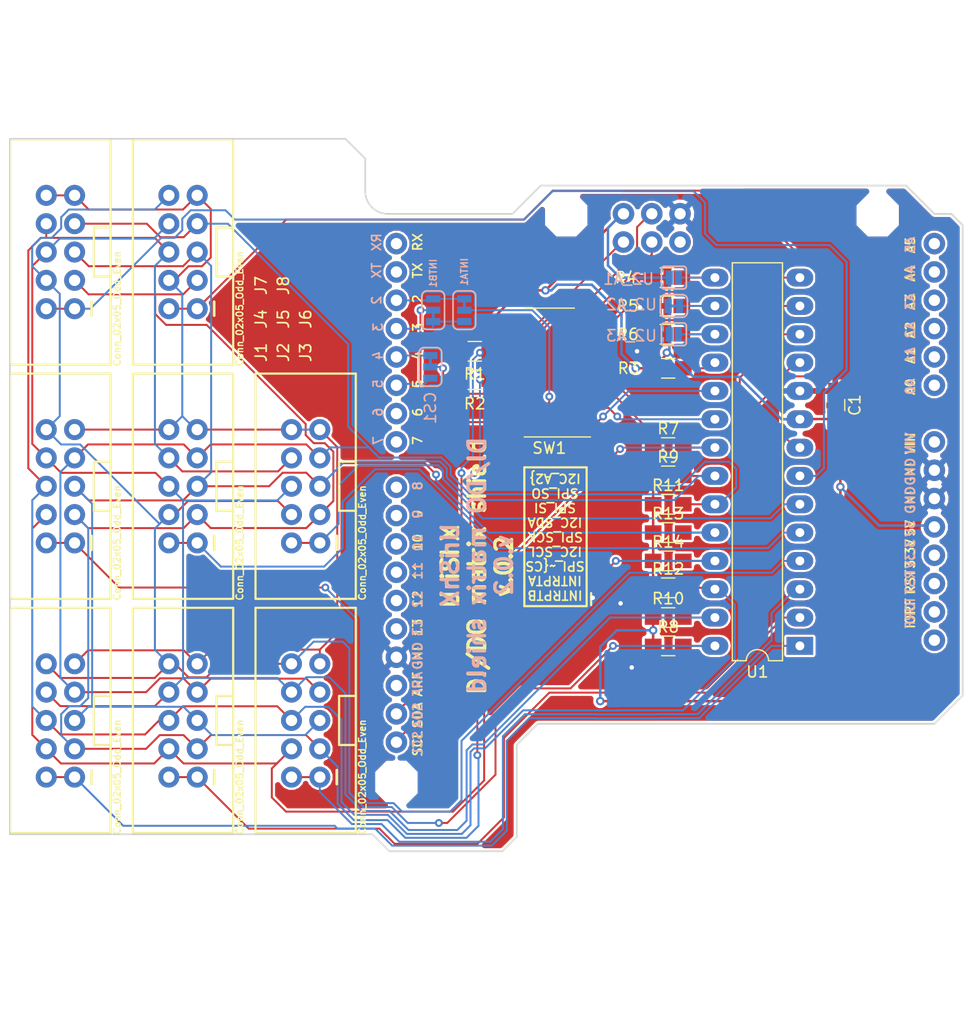
<source format=kicad_pcb>
(kicad_pcb (version 4) (host pcbnew 4.0.7-e2-6376~58~ubuntu16.04.1)
  (title_block (title DI/DO_SHIELD_FOR_ARDUINO) (date 2018-08-08) (rev 0.2) (company UriShX))
  (layers (0 F.Cu signal) (31 B.Cu signal) (34 B.Paste user) (35 F.Paste user) (36 B.SilkS user) (37 F.SilkS user) (38 B.Mask user) (39 F.Mask user) (44 Edge.Cuts user))
  (net 0 "")
  (net 1 VCC)
  (net 2 "Net-(B1-PadD2)")
  (net 3 "Net-(B1-PadD3)")
  (net 4 "Net-(B1-PadD4)")
  (net 5 "Net-(B1-PadD5)")
  (net 6 GND)
  (net 7 "Net-(R5-Pad1)")
  (net 8 "Net-(R6-Pad1)")
  (net 9 /MISO)
  (net 10 /MOSI)
  (net 11 /SCK)
  (net 12 /SCL)
  (net 13 /SDA)
  (net 14 /CS)
  (net 15 "Net-(J1-Pad1)")
  (net 16 "Net-(J1-Pad3)")
  (net 17 "Net-(J1-Pad4)")
  (net 18 "Net-(J1-Pad5)")
  (net 19 "Net-(J1-Pad6)")
  (net 20 "Net-(J1-Pad7)")
  (net 21 "Net-(J1-Pad8)")
  (net 22 "Net-(J1-Pad9)")
  (net 23 "Net-(J2-Pad1)")
  (net 24 "Net-(J3-Pad1)")
  (net 25 "Net-(J4-Pad1)")
  (net 26 "Net-(J5-Pad1)")
  (net 27 "Net-(J6-Pad1)")
  (net 28 "Net-(J7-Pad1)")
  (net 29 "Net-(J8-Pad1)")
  (net 30 "Net-(SW1-Pad2)")
  (net 31 "Net-(SW1-Pad3)")
  (net 32 "Net-(J1-Pad10)")
  (net 33 "Net-(R3-Pad2)")
  (net 34 "Net-(R4-Pad1)")
  (net 35 /INT_A)
  (net 36 /INT_B)
  (net 37 "Net-(SW1-Pad1)")
  (net 38 "Net-(SW1-Pad8)")
  (net 39 "Net-(SW1-Pad4)")
  (net 40 "Net-(SW1-Pad6)")
  (module "SparkFun Jumpers:SMT-JUMPER_3_1-NC_TRACE_SILK" (layer B.Cu) (at 110.236 77.216 90)
    (fp_text reference INTA1 (at 3.429 0 90) (layer B.SilkS) (effects (font (size 0.6096 0.6096) (thickness 0.127)) (justify mirror)))
    (fp_text value JUMPER-SMT_3_1-NC hide)
    (fp_line (start 0 0) (end 1.016 0) (layer B.Cu) (width 0.254))
    (pad 1 smd rect (at -1.016 0 90) (size 0.635 1.27) (layers B.Cu B.Mask) (net 3 "Net-(B1-PadD3)"))
    (pad 2 smd rect (at 0 0 90) (size 0.635 1.27) (layers B.Cu B.Mask) (net 35 /INT_A))
    (pad 3 smd rect (at 1.016 0 90) (size 0.635 1.27) (layers B.Cu B.Mask) (net 2 "Net-(B1-PadD2)"))
  )
  (module "SparkFun Jumpers:SMT-JUMPER_3_1-NC_TRACE_SILK" (layer B.Cu) (at 107.442 77.216 270)
    (fp_text reference INTB1 (at -3.302 0 270) (layer B.SilkS) (effects (font (size 0.6096 0.6096) (thickness 0.127)) (justify mirror)))
    (fp_text value JUMPER-SMT_3_1-NC hide)
    (fp_line (start 0 0) (end 1.016 0) (layer B.Cu) (width 0.254))
    (pad 1 smd rect (at -1.016 0 270) (size 0.635 1.27) (layers B.Cu B.Mask) (net 2 "Net-(B1-PadD2)"))
    (pad 2 smd rect (at 0 0 270) (size 0.635 1.27) (layers B.Cu B.Mask) (net 36 /INT_B))
    (pad 3 smd rect (at 1.016 0 270) (size 0.635 1.27) (layers B.Cu B.Mask) (net 3 "Net-(B1-PadD3)"))
  )
  (module "SparkFun Jumpers:SMT-JUMPER_3_1-NC_TRACE_SILK" (layer B.Cu) (at 107.188 82.296 90)
    (fp_text reference CS1 (at -3.683 0 90) (layer B.SilkS) (effects (justify mirror)))
    (fp_text value JUMPER-SMT_3_1-NC hide)
    (fp_line (start 0 0) (end 1.016 0) (layer B.Cu) (width 0.254))
    (pad 1 smd rect (at -1.016 0 90) (size 0.635 1.27) (layers B.Cu B.Mask) (net 5 "Net-(B1-PadD5)"))
    (pad 2 smd rect (at 0 0 90) (size 0.635 1.27) (layers B.Cu B.Mask) (net 14 /CS))
    (pad 3 smd rect (at 1.016 0 90) (size 0.635 1.27) (layers B.Cu B.Mask) (net 4 "Net-(B1-PadD4)"))
  )
  (module "SparkFun Jumpers:SMT-JUMPER_2_NO_SILK" (layer B.Cu) (at 129.032 79.375)
    (fp_text reference U2_A3 (at -3.81 0.127) (layer B.SilkS) (effects (justify mirror)))
    (fp_text value JUMPER-SMT_2_NO hide)
    (pad 1 smd rect (at -0.4064 0) (size 0.635 1.27) (layers B.Cu B.Mask) (net 1 VCC))
    (pad 2 smd rect (at 0.4064 0) (size 0.635 1.27) (layers B.Cu B.Mask) (net 8 "Net-(R6-Pad1)"))
  )
  (module "SparkFun Jumpers:SMT-JUMPER_2_NC_TRACE_SILK" (layer B.Cu) (at 129.032 76.835)
    (fp_text reference U2_A2 (at -3.81 -0.127) (layer B.SilkS) (effects (justify mirror)))
    (fp_text value JUMPER-SMT_2_NC hide)
    (fp_line (start -0.508 0) (end 0.508 0) (layer B.Cu) (width 0.254))
    (pad 1 smd rect (at -0.508 0) (size 0.635 1.27) (layers B.Cu B.Mask) (net 1 VCC))
    (pad 2 smd rect (at 0.508 0) (size 0.635 1.27) (layers B.Cu B.Mask) (net 7 "Net-(R5-Pad1)"))
  )
  (module "SparkFun Jumpers:SMT-JUMPER_2_NO_SILK" (layer B.Cu) (at 129.032 74.295)
    (fp_text reference U2_A1 (at -4.064 0.127) (layer B.SilkS) (effects (justify mirror)))
    (fp_text value JUMPER-SMT_2_NO hide)
    (pad 1 smd rect (at -0.4064 0) (size 0.635 1.27) (layers B.Cu B.Mask) (net 1 VCC))
    (pad 2 smd rect (at 0.4064 0) (size 0.635 1.27) (layers B.Cu B.Mask) (net 34 "Net-(R4-Pad1)"))
  )
  (module Resistors_SMD:R_0805_HandSoldering (layer F.Cu) (at 111.172 83.439 180)
    (fp_text reference R2 (at 0 -2.159 180) (layer F.SilkS))
    (fp_text value 4.7k)
    (pad 1 smd rect (at -1.35 0 180) (size 1.5 1.3) (layers F.Cu F.Paste F.Mask) (net 12 /SCL))
    (pad 2 smd rect (at 1.35 0 180) (size 1.5 1.3) (layers F.Cu F.Paste F.Mask) (net 1 VCC))
  )
  (module "SparkFun Connectors:2X5-SHROUDED" (layer F.Cu) (at 85 72 180)
    (fp_text reference J8 (at -9 -3 270) (layer F.SilkS))
    (fp_text value Conn_02x05_Odd_Even (at -5.08 -5.08 270) (layer F.SilkS) (effects (font (size 0.6096 0.6096) (thickness 0.127))))
    (pad 1 thru_hole circle (at -1.27 -5.08 180) (size 1.8796 1.8796) (drill 1.016) (layers *.Cu *.Mask) (net 29 "Net-(J8-Pad1)"))
    (pad 2 thru_hole circle (at 1.27 -5.08 180) (size 1.8796 1.8796) (drill 1.016) (layers *.Cu *.Mask) (net 29 "Net-(J8-Pad1)"))
    (pad 3 thru_hole circle (at -1.27 -2.54 180) (size 1.8796 1.8796) (drill 1.016) (layers *.Cu *.Mask) (net 16 "Net-(J1-Pad3)"))
    (pad 4 thru_hole circle (at 1.27 -2.54 180) (size 1.8796 1.8796) (drill 1.016) (layers *.Cu *.Mask) (net 22 "Net-(J1-Pad9)"))
    (pad 5 thru_hole circle (at -1.27 0 180) (size 1.8796 1.8796) (drill 1.016) (layers *.Cu *.Mask) (net 18 "Net-(J1-Pad5)"))
    (pad 6 thru_hole circle (at 1.27 0 180) (size 1.8796 1.8796) (drill 1.016) (layers *.Cu *.Mask) (net 19 "Net-(J1-Pad6)"))
    (pad 7 thru_hole circle (at -1.27 2.54 180) (size 1.8796 1.8796) (drill 1.016) (layers *.Cu *.Mask) (net 20 "Net-(J1-Pad7)"))
    (pad 8 thru_hole circle (at 1.27 2.54 180) (size 1.8796 1.8796) (drill 1.016) (layers *.Cu *.Mask) (net 21 "Net-(J1-Pad8)"))
    (pad 9 thru_hole circle (at -1.27 5.08 180) (size 1.8796 1.8796) (drill 1.016) (layers *.Cu *.Mask) (net 22 "Net-(J1-Pad9)"))
    (pad 10 thru_hole circle (at 1.27 5.08 180) (size 1.8796 1.8796) (drill 1.016) (layers *.Cu *.Mask) (net 32 "Net-(J1-Pad10)"))
  )
  (module "SparkFun Connectors:2X5-SHROUDED" (layer F.Cu) (at 74 72 180)
    (fp_text reference J7 (at -18 -3 270) (layer F.SilkS))
    (fp_text value Conn_02x05_Odd_Even (at -5.08 -5.08 270) (layer F.SilkS) (effects (font (size 0.6096 0.6096) (thickness 0.127))))
    (pad 1 thru_hole circle (at -1.27 -5.08 180) (size 1.8796 1.8796) (drill 1.016) (layers *.Cu *.Mask) (net 28 "Net-(J7-Pad1)"))
    (pad 2 thru_hole circle (at 1.27 -5.08 180) (size 1.8796 1.8796) (drill 1.016) (layers *.Cu *.Mask) (net 28 "Net-(J7-Pad1)"))
    (pad 3 thru_hole circle (at -1.27 -2.54 180) (size 1.8796 1.8796) (drill 1.016) (layers *.Cu *.Mask) (net 16 "Net-(J1-Pad3)"))
    (pad 4 thru_hole circle (at 1.27 -2.54 180) (size 1.8796 1.8796) (drill 1.016) (layers *.Cu *.Mask) (net 32 "Net-(J1-Pad10)"))
    (pad 5 thru_hole circle (at -1.27 0 180) (size 1.8796 1.8796) (drill 1.016) (layers *.Cu *.Mask) (net 18 "Net-(J1-Pad5)"))
    (pad 6 thru_hole circle (at 1.27 0 180) (size 1.8796 1.8796) (drill 1.016) (layers *.Cu *.Mask) (net 21 "Net-(J1-Pad8)"))
    (pad 7 thru_hole circle (at -1.27 2.54 180) (size 1.8796 1.8796) (drill 1.016) (layers *.Cu *.Mask) (net 20 "Net-(J1-Pad7)"))
    (pad 8 thru_hole circle (at 1.27 2.54 180) (size 1.8796 1.8796) (drill 1.016) (layers *.Cu *.Mask) (net 19 "Net-(J1-Pad6)"))
    (pad 9 thru_hole circle (at -1.27 5.08 180) (size 1.8796 1.8796) (drill 1.016) (layers *.Cu *.Mask) (net 22 "Net-(J1-Pad9)"))
    (pad 10 thru_hole circle (at 1.27 5.08 180) (size 1.8796 1.8796) (drill 1.016) (layers *.Cu *.Mask) (net 22 "Net-(J1-Pad9)"))
  )
  (module "SparkFun Connectors:2X5-SHROUDED" (layer F.Cu) (at 96 93 180)
    (fp_text reference J6 (at 0 15 270) (layer F.SilkS))
    (fp_text value Conn_02x05_Odd_Even (at -5.08 -5.08 270) (layer F.SilkS) (effects (font (size 0.6096 0.6096) (thickness 0.127))))
    (pad 1 thru_hole circle (at -1.27 -5.08 180) (size 1.8796 1.8796) (drill 1.016) (layers *.Cu *.Mask) (net 27 "Net-(J6-Pad1)"))
    (pad 2 thru_hole circle (at 1.27 -5.08 180) (size 1.8796 1.8796) (drill 1.016) (layers *.Cu *.Mask) (net 27 "Net-(J6-Pad1)"))
    (pad 3 thru_hole circle (at -1.27 -2.54 180) (size 1.8796 1.8796) (drill 1.016) (layers *.Cu *.Mask) (net 16 "Net-(J1-Pad3)"))
    (pad 4 thru_hole circle (at 1.27 -2.54 180) (size 1.8796 1.8796) (drill 1.016) (layers *.Cu *.Mask) (net 32 "Net-(J1-Pad10)"))
    (pad 5 thru_hole circle (at -1.27 0 180) (size 1.8796 1.8796) (drill 1.016) (layers *.Cu *.Mask) (net 18 "Net-(J1-Pad5)"))
    (pad 6 thru_hole circle (at 1.27 0 180) (size 1.8796 1.8796) (drill 1.016) (layers *.Cu *.Mask) (net 21 "Net-(J1-Pad8)"))
    (pad 7 thru_hole circle (at -1.27 2.54 180) (size 1.8796 1.8796) (drill 1.016) (layers *.Cu *.Mask) (net 20 "Net-(J1-Pad7)"))
    (pad 8 thru_hole circle (at 1.27 2.54 180) (size 1.8796 1.8796) (drill 1.016) (layers *.Cu *.Mask) (net 19 "Net-(J1-Pad6)"))
    (pad 9 thru_hole circle (at -1.27 5.08 180) (size 1.8796 1.8796) (drill 1.016) (layers *.Cu *.Mask) (net 22 "Net-(J1-Pad9)"))
    (pad 10 thru_hole circle (at 1.27 5.08 180) (size 1.8796 1.8796) (drill 1.016) (layers *.Cu *.Mask) (net 22 "Net-(J1-Pad9)"))
  )
  (module "SparkFun Connectors:2X5-SHROUDED" (layer F.Cu) (at 85 93 180)
    (fp_text reference J5 (at -9 15 270) (layer F.SilkS))
    (fp_text value Conn_02x05_Odd_Even (at -5.08 -5.08 270) (layer F.SilkS) (effects (font (size 0.6096 0.6096) (thickness 0.127))))
    (pad 1 thru_hole circle (at -1.27 -5.08 180) (size 1.8796 1.8796) (drill 1.016) (layers *.Cu *.Mask) (net 26 "Net-(J5-Pad1)"))
    (pad 2 thru_hole circle (at 1.27 -5.08 180) (size 1.8796 1.8796) (drill 1.016) (layers *.Cu *.Mask) (net 26 "Net-(J5-Pad1)"))
    (pad 3 thru_hole circle (at -1.27 -2.54 180) (size 1.8796 1.8796) (drill 1.016) (layers *.Cu *.Mask) (net 16 "Net-(J1-Pad3)"))
    (pad 4 thru_hole circle (at 1.27 -2.54 180) (size 1.8796 1.8796) (drill 1.016) (layers *.Cu *.Mask) (net 32 "Net-(J1-Pad10)"))
    (pad 5 thru_hole circle (at -1.27 0 180) (size 1.8796 1.8796) (drill 1.016) (layers *.Cu *.Mask) (net 18 "Net-(J1-Pad5)"))
    (pad 6 thru_hole circle (at 1.27 0 180) (size 1.8796 1.8796) (drill 1.016) (layers *.Cu *.Mask) (net 21 "Net-(J1-Pad8)"))
    (pad 7 thru_hole circle (at -1.27 2.54 180) (size 1.8796 1.8796) (drill 1.016) (layers *.Cu *.Mask) (net 20 "Net-(J1-Pad7)"))
    (pad 8 thru_hole circle (at 1.27 2.54 180) (size 1.8796 1.8796) (drill 1.016) (layers *.Cu *.Mask) (net 19 "Net-(J1-Pad6)"))
    (pad 9 thru_hole circle (at -1.27 5.08 180) (size 1.8796 1.8796) (drill 1.016) (layers *.Cu *.Mask) (net 22 "Net-(J1-Pad9)"))
    (pad 10 thru_hole circle (at 1.27 5.08 180) (size 1.8796 1.8796) (drill 1.016) (layers *.Cu *.Mask) (net 22 "Net-(J1-Pad9)"))
  )
  (module "SparkFun Connectors:2X5-SHROUDED" (layer F.Cu) (at 74 93 180)
    (fp_text reference J4 (at -18 15 270) (layer F.SilkS))
    (fp_text value Conn_02x05_Odd_Even (at -5.08 -5.08 270) (layer F.SilkS) (effects (font (size 0.6096 0.6096) (thickness 0.127))))
    (pad 1 thru_hole circle (at -1.27 -5.08 180) (size 1.8796 1.8796) (drill 1.016) (layers *.Cu *.Mask) (net 25 "Net-(J4-Pad1)"))
    (pad 2 thru_hole circle (at 1.27 -5.08 180) (size 1.8796 1.8796) (drill 1.016) (layers *.Cu *.Mask) (net 25 "Net-(J4-Pad1)"))
    (pad 3 thru_hole circle (at -1.27 -2.54 180) (size 1.8796 1.8796) (drill 1.016) (layers *.Cu *.Mask) (net 16 "Net-(J1-Pad3)"))
    (pad 4 thru_hole circle (at 1.27 -2.54 180) (size 1.8796 1.8796) (drill 1.016) (layers *.Cu *.Mask) (net 17 "Net-(J1-Pad4)"))
    (pad 5 thru_hole circle (at -1.27 0 180) (size 1.8796 1.8796) (drill 1.016) (layers *.Cu *.Mask) (net 18 "Net-(J1-Pad5)"))
    (pad 6 thru_hole circle (at 1.27 0 180) (size 1.8796 1.8796) (drill 1.016) (layers *.Cu *.Mask) (net 19 "Net-(J1-Pad6)"))
    (pad 7 thru_hole circle (at -1.27 2.54 180) (size 1.8796 1.8796) (drill 1.016) (layers *.Cu *.Mask) (net 20 "Net-(J1-Pad7)"))
    (pad 8 thru_hole circle (at 1.27 2.54 180) (size 1.8796 1.8796) (drill 1.016) (layers *.Cu *.Mask) (net 21 "Net-(J1-Pad8)"))
    (pad 9 thru_hole circle (at -1.27 5.08 180) (size 1.8796 1.8796) (drill 1.016) (layers *.Cu *.Mask) (net 22 "Net-(J1-Pad9)"))
    (pad 10 thru_hole circle (at 1.27 5.08 180) (size 1.8796 1.8796) (drill 1.016) (layers *.Cu *.Mask) (net 32 "Net-(J1-Pad10)"))
  )
  (module "SparkFun Connectors:2X5-SHROUDED" (layer F.Cu) (at 96 114 180)
    (fp_text reference J3 (at 0 33 270) (layer F.SilkS))
    (fp_text value Conn_02x05_Odd_Even (at -5.08 -5.08 270) (layer F.SilkS) (effects (font (size 0.6096 0.6096) (thickness 0.127))))
    (pad 1 thru_hole circle (at -1.27 -5.08 180) (size 1.8796 1.8796) (drill 1.016) (layers *.Cu *.Mask) (net 24 "Net-(J3-Pad1)"))
    (pad 2 thru_hole circle (at 1.27 -5.08 180) (size 1.8796 1.8796) (drill 1.016) (layers *.Cu *.Mask) (net 24 "Net-(J3-Pad1)"))
    (pad 3 thru_hole circle (at -1.27 -2.54 180) (size 1.8796 1.8796) (drill 1.016) (layers *.Cu *.Mask) (net 16 "Net-(J1-Pad3)"))
    (pad 4 thru_hole circle (at 1.27 -2.54 180) (size 1.8796 1.8796) (drill 1.016) (layers *.Cu *.Mask) (net 17 "Net-(J1-Pad4)"))
    (pad 5 thru_hole circle (at -1.27 0 180) (size 1.8796 1.8796) (drill 1.016) (layers *.Cu *.Mask) (net 18 "Net-(J1-Pad5)"))
    (pad 6 thru_hole circle (at 1.27 0 180) (size 1.8796 1.8796) (drill 1.016) (layers *.Cu *.Mask) (net 19 "Net-(J1-Pad6)"))
    (pad 7 thru_hole circle (at -1.27 2.54 180) (size 1.8796 1.8796) (drill 1.016) (layers *.Cu *.Mask) (net 20 "Net-(J1-Pad7)"))
    (pad 8 thru_hole circle (at 1.27 2.54 180) (size 1.8796 1.8796) (drill 1.016) (layers *.Cu *.Mask) (net 21 "Net-(J1-Pad8)"))
    (pad 9 thru_hole circle (at -1.27 5.08 180) (size 1.8796 1.8796) (drill 1.016) (layers *.Cu *.Mask) (net 22 "Net-(J1-Pad9)"))
    (pad 10 thru_hole circle (at 1.27 5.08 180) (size 1.8796 1.8796) (drill 1.016) (layers *.Cu *.Mask) (net 32 "Net-(J1-Pad10)"))
  )
  (module "SparkFun Connectors:2X5-SHROUDED" (layer F.Cu) (at 85 114 180)
    (fp_text reference J2 (at -9 33 270) (layer F.SilkS))
    (fp_text value Conn_02x05_Odd_Even (at -5.08 -5.08 270) (layer F.SilkS) (effects (font (size 0.6096 0.6096) (thickness 0.127))))
    (pad 1 thru_hole circle (at -1.27 -5.08 180) (size 1.8796 1.8796) (drill 1.016) (layers *.Cu *.Mask) (net 23 "Net-(J2-Pad1)"))
    (pad 2 thru_hole circle (at 1.27 -5.08 180) (size 1.8796 1.8796) (drill 1.016) (layers *.Cu *.Mask) (net 23 "Net-(J2-Pad1)"))
    (pad 3 thru_hole circle (at -1.27 -2.54 180) (size 1.8796 1.8796) (drill 1.016) (layers *.Cu *.Mask) (net 16 "Net-(J1-Pad3)"))
    (pad 4 thru_hole circle (at 1.27 -2.54 180) (size 1.8796 1.8796) (drill 1.016) (layers *.Cu *.Mask) (net 17 "Net-(J1-Pad4)"))
    (pad 5 thru_hole circle (at -1.27 0 180) (size 1.8796 1.8796) (drill 1.016) (layers *.Cu *.Mask) (net 18 "Net-(J1-Pad5)"))
    (pad 6 thru_hole circle (at 1.27 0 180) (size 1.8796 1.8796) (drill 1.016) (layers *.Cu *.Mask) (net 19 "Net-(J1-Pad6)"))
    (pad 7 thru_hole circle (at -1.27 2.54 180) (size 1.8796 1.8796) (drill 1.016) (layers *.Cu *.Mask) (net 20 "Net-(J1-Pad7)"))
    (pad 8 thru_hole circle (at 1.27 2.54 180) (size 1.8796 1.8796) (drill 1.016) (layers *.Cu *.Mask) (net 21 "Net-(J1-Pad8)"))
    (pad 9 thru_hole circle (at -1.27 5.08 180) (size 1.8796 1.8796) (drill 1.016) (layers *.Cu *.Mask) (net 22 "Net-(J1-Pad9)"))
    (pad 10 thru_hole circle (at 1.27 5.08 180) (size 1.8796 1.8796) (drill 1.016) (layers *.Cu *.Mask) (net 32 "Net-(J1-Pad10)"))
  )
  (module "SparkFun Connectors:2X5-SHROUDED" (layer F.Cu) (at 74 114 180)
    (fp_text reference J1 (at -18 33 270) (layer F.SilkS))
    (fp_text value Conn_02x05_Odd_Even (at -5.08 -5.08 270) (layer F.SilkS) (effects (font (size 0.6096 0.6096) (thickness 0.127))))
    (pad 1 thru_hole circle (at -1.27 -5.08 180) (size 1.8796 1.8796) (drill 1.016) (layers *.Cu *.Mask) (net 15 "Net-(J1-Pad1)"))
    (pad 2 thru_hole circle (at 1.27 -5.08 180) (size 1.8796 1.8796) (drill 1.016) (layers *.Cu *.Mask) (net 15 "Net-(J1-Pad1)"))
    (pad 3 thru_hole circle (at -1.27 -2.54 180) (size 1.8796 1.8796) (drill 1.016) (layers *.Cu *.Mask) (net 16 "Net-(J1-Pad3)"))
    (pad 4 thru_hole circle (at 1.27 -2.54 180) (size 1.8796 1.8796) (drill 1.016) (layers *.Cu *.Mask) (net 17 "Net-(J1-Pad4)"))
    (pad 5 thru_hole circle (at -1.27 0 180) (size 1.8796 1.8796) (drill 1.016) (layers *.Cu *.Mask) (net 18 "Net-(J1-Pad5)"))
    (pad 6 thru_hole circle (at 1.27 0 180) (size 1.8796 1.8796) (drill 1.016) (layers *.Cu *.Mask) (net 19 "Net-(J1-Pad6)"))
    (pad 7 thru_hole circle (at -1.27 2.54 180) (size 1.8796 1.8796) (drill 1.016) (layers *.Cu *.Mask) (net 20 "Net-(J1-Pad7)"))
    (pad 8 thru_hole circle (at 1.27 2.54 180) (size 1.8796 1.8796) (drill 1.016) (layers *.Cu *.Mask) (net 21 "Net-(J1-Pad8)"))
    (pad 9 thru_hole circle (at -1.27 5.08 180) (size 1.8796 1.8796) (drill 1.016) (layers *.Cu *.Mask) (net 22 "Net-(J1-Pad9)"))
    (pad 10 thru_hole circle (at 1.27 5.08 180) (size 1.8796 1.8796) (drill 1.016) (layers *.Cu *.Mask) (net 32 "Net-(J1-Pad10)"))
  )
  (module Housings_DIP:DIP-28_W7.62mm_LongPads (layer F.Cu) (at 140.335 107.315 180)
    (fp_text reference U1 (at 3.81 -2.33 180) (layer F.SilkS))
    (fp_text value MCP23S17)
    (pad 1 thru_hole rect (at 0 0 180) (size 2.4 1.6) (drill 0.8) (layers *.Cu *.Mask) (net 15 "Net-(J1-Pad1)"))
    (pad 15 thru_hole oval (at 7.62 33.02 180) (size 2.4 1.6) (drill 0.8) (layers *.Cu *.Mask) (net 34 "Net-(R4-Pad1)"))
    (pad 2 thru_hole oval (at 0 2.54 180) (size 2.4 1.6) (drill 0.8) (layers *.Cu *.Mask) (net 23 "Net-(J2-Pad1)"))
    (pad 16 thru_hole oval (at 7.62 30.48 180) (size 2.4 1.6) (drill 0.8) (layers *.Cu *.Mask) (net 7 "Net-(R5-Pad1)"))
    (pad 3 thru_hole oval (at 0 5.08 180) (size 2.4 1.6) (drill 0.8) (layers *.Cu *.Mask) (net 24 "Net-(J3-Pad1)"))
    (pad 17 thru_hole oval (at 7.62 27.94 180) (size 2.4 1.6) (drill 0.8) (layers *.Cu *.Mask) (net 8 "Net-(R6-Pad1)"))
    (pad 4 thru_hole oval (at 0 7.62 180) (size 2.4 1.6) (drill 0.8) (layers *.Cu *.Mask) (net 25 "Net-(J4-Pad1)"))
    (pad 18 thru_hole oval (at 7.62 25.4 180) (size 2.4 1.6) (drill 0.8) (layers *.Cu *.Mask) (net 33 "Net-(R3-Pad2)"))
    (pad 5 thru_hole oval (at 0 10.16 180) (size 2.4 1.6) (drill 0.8) (layers *.Cu *.Mask) (net 26 "Net-(J5-Pad1)"))
    (pad 19 thru_hole oval (at 7.62 22.86 180) (size 2.4 1.6) (drill 0.8) (layers *.Cu *.Mask) (net 37 "Net-(SW1-Pad1)"))
    (pad 6 thru_hole oval (at 0 12.7 180) (size 2.4 1.6) (drill 0.8) (layers *.Cu *.Mask) (net 27 "Net-(J6-Pad1)"))
    (pad 20 thru_hole oval (at 7.62 20.32 180) (size 2.4 1.6) (drill 0.8) (layers *.Cu *.Mask) (net 30 "Net-(SW1-Pad2)"))
    (pad 7 thru_hole oval (at 0 15.24 180) (size 2.4 1.6) (drill 0.8) (layers *.Cu *.Mask) (net 28 "Net-(J7-Pad1)"))
    (pad 21 thru_hole oval (at 7.62 17.78 180) (size 2.4 1.6) (drill 0.8) (layers *.Cu *.Mask) (net 16 "Net-(J1-Pad3)"))
    (pad 8 thru_hole oval (at 0 17.78 180) (size 2.4 1.6) (drill 0.8) (layers *.Cu *.Mask) (net 29 "Net-(J8-Pad1)"))
    (pad 22 thru_hole oval (at 7.62 15.24 180) (size 2.4 1.6) (drill 0.8) (layers *.Cu *.Mask) (net 18 "Net-(J1-Pad5)"))
    (pad 9 thru_hole oval (at 0 20.32 180) (size 2.4 1.6) (drill 0.8) (layers *.Cu *.Mask) (net 1 VCC))
    (pad 23 thru_hole oval (at 7.62 12.7 180) (size 2.4 1.6) (drill 0.8) (layers *.Cu *.Mask) (net 20 "Net-(J1-Pad7)"))
    (pad 10 thru_hole oval (at 0 22.86 180) (size 2.4 1.6) (drill 0.8) (layers *.Cu *.Mask) (net 6 GND))
    (pad 24 thru_hole oval (at 7.62 10.16 180) (size 2.4 1.6) (drill 0.8) (layers *.Cu *.Mask) (net 22 "Net-(J1-Pad9)"))
    (pad 11 thru_hole oval (at 0 25.4 180) (size 2.4 1.6) (drill 0.8) (layers *.Cu *.Mask) (net 31 "Net-(SW1-Pad3)"))
    (pad 25 thru_hole oval (at 7.62 7.62 180) (size 2.4 1.6) (drill 0.8) (layers *.Cu *.Mask) (net 17 "Net-(J1-Pad4)"))
    (pad 12 thru_hole oval (at 0 27.94 180) (size 2.4 1.6) (drill 0.8) (layers *.Cu *.Mask) (net 39 "Net-(SW1-Pad4)"))
    (pad 26 thru_hole oval (at 7.62 5.08 180) (size 2.4 1.6) (drill 0.8) (layers *.Cu *.Mask) (net 19 "Net-(J1-Pad6)"))
    (pad 13 thru_hole oval (at 0 30.48 180) (size 2.4 1.6) (drill 0.8) (layers *.Cu *.Mask) (net 40 "Net-(SW1-Pad6)"))
    (pad 27 thru_hole oval (at 7.62 2.54 180) (size 2.4 1.6) (drill 0.8) (layers *.Cu *.Mask) (net 21 "Net-(J1-Pad8)"))
    (pad 14 thru_hole oval (at 0 33.02 180) (size 2.4 1.6) (drill 0.8) (layers *.Cu *.Mask) (net 38 "Net-(SW1-Pad8)"))
    (pad 28 thru_hole oval (at 7.62 0 180) (size 2.4 1.6) (drill 0.8) (layers *.Cu *.Mask) (net 32 "Net-(J1-Pad10)"))
  )
  (module Resistors_SMD:R_0805_HandSoldering (layer F.Cu) (at 128.397 79.375 180)
    (fp_text reference R6 (at 3.5 0 180) (layer F.SilkS))
    (fp_text value 10k)
    (pad 1 smd rect (at -1.35 0 180) (size 1.5 1.3) (layers F.Cu F.Paste F.Mask) (net 8 "Net-(R6-Pad1)"))
    (pad 2 smd rect (at 1.35 0 180) (size 1.5 1.3) (layers F.Cu F.Paste F.Mask) (net 6 GND))
  )
  (module Resistors_SMD:R_0805_HandSoldering (layer F.Cu) (at 128.397 76.835 180)
    (fp_text reference R5 (at 3.5 0 180) (layer F.SilkS))
    (fp_text value 10k)
    (pad 1 smd rect (at -1.35 0 180) (size 1.5 1.3) (layers F.Cu F.Paste F.Mask) (net 7 "Net-(R5-Pad1)"))
    (pad 2 smd rect (at 1.35 0 180) (size 1.5 1.3) (layers F.Cu F.Paste F.Mask) (net 6 GND))
  )
  (module Resistors_SMD:R_0805_HandSoldering (layer F.Cu) (at 128.397 74.295 180)
    (fp_text reference R4 (at 3.683 0 180) (layer F.SilkS))
    (fp_text value 10k)
    (pad 1 smd rect (at -1.35 0 180) (size 1.5 1.3) (layers F.Cu F.Paste F.Mask) (net 34 "Net-(R4-Pad1)"))
    (pad 2 smd rect (at 1.35 0 180) (size 1.5 1.3) (layers F.Cu F.Paste F.Mask) (net 6 GND))
  )
  (module Resistors_SMD:R_0805_HandSoldering (layer F.Cu) (at 128.524 82.423)
    (fp_text reference R3 (at -3.556 0) (layer F.SilkS))
    (fp_text value 10k)
    (pad 1 smd rect (at -1.35 0) (size 1.5 1.3) (layers F.Cu F.Paste F.Mask) (net 1 VCC))
    (pad 2 smd rect (at 1.35 0) (size 1.5 1.3) (layers F.Cu F.Paste F.Mask) (net 33 "Net-(R3-Pad2)"))
  )
  (module Resistors_SMD:R_0805_HandSoldering (layer F.Cu) (at 111.172 80.899 180)
    (fp_text reference R1 (at 0 -2.032 180) (layer F.SilkS))
    (fp_text value 4.7k)
    (pad 1 smd rect (at -1.35 0 180) (size 1.5 1.3) (layers F.Cu F.Paste F.Mask) (net 13 /SDA))
    (pad 2 smd rect (at 1.35 0 180) (size 1.5 1.3) (layers F.Cu F.Paste F.Mask) (net 1 VCC))
  )
  (module Capacitors_SMD:C_0805_HandSoldering (layer F.Cu) (at 143.51 85.725 270)
    (fp_text reference C1 (at 0 -1.75 270) (layer F.SilkS))
    (fp_text value 0.1uF)
    (pad 1 smd rect (at -1.25 0 270) (size 1.5 1.25) (layers F.Cu F.Paste F.Mask) (net 6 GND))
    (pad 2 smd rect (at 1.25 0 270) (size 1.5 1.25) (layers F.Cu F.Paste F.Mask) (net 1 VCC))
  )
  (module Buttons_Switches_SMD:SW_DIP_x8_W6.15mm_Slide_Omron_A6H (layer F.Cu) (at 117.856 82.804 180)
    (fp_text reference SW1 (at 0 -6.775 180) (layer F.SilkS))
    (fp_text value SW_DIP_x08)
    (pad 1 smd rect (at -3.075 -4.445 180) (size 1.25 0.76) (layers F.Cu F.Paste F.Mask) (net 37 "Net-(SW1-Pad1)"))
    (pad 9 smd rect (at 3.075 4.445 180) (size 1.25 0.76) (layers F.Cu F.Paste F.Mask) (net 9 /MISO))
    (pad 2 smd rect (at -3.075 -3.175 180) (size 1.25 0.76) (layers F.Cu F.Paste F.Mask) (net 30 "Net-(SW1-Pad2)"))
    (pad 10 smd rect (at 3.075 3.175 180) (size 1.25 0.76) (layers F.Cu F.Paste F.Mask) (net 10 /MOSI))
    (pad 3 smd rect (at -3.075 -1.905 180) (size 1.25 0.76) (layers F.Cu F.Paste F.Mask) (net 31 "Net-(SW1-Pad3)"))
    (pad 11 smd rect (at 3.075 1.905 180) (size 1.25 0.76) (layers F.Cu F.Paste F.Mask) (net 13 /SDA))
    (pad 4 smd rect (at -3.075 -0.635 180) (size 1.25 0.76) (layers F.Cu F.Paste F.Mask) (net 39 "Net-(SW1-Pad4)"))
    (pad 12 smd rect (at 3.075 0.635 180) (size 1.25 0.76) (layers F.Cu F.Paste F.Mask) (net 11 /SCK))
    (pad 5 smd rect (at -3.075 0.635 180) (size 1.25 0.76) (layers F.Cu F.Paste F.Mask) (net 39 "Net-(SW1-Pad4)"))
    (pad 13 smd rect (at 3.075 -0.635 180) (size 1.25 0.76) (layers F.Cu F.Paste F.Mask) (net 12 /SCL))
    (pad 6 smd rect (at -3.075 1.905 180) (size 1.25 0.76) (layers F.Cu F.Paste F.Mask) (net 40 "Net-(SW1-Pad6)"))
    (pad 14 smd rect (at 3.075 -1.905 180) (size 1.25 0.76) (layers F.Cu F.Paste F.Mask) (net 14 /CS))
    (pad 7 smd rect (at -3.075 3.175 180) (size 1.25 0.76) (layers F.Cu F.Paste F.Mask) (net 40 "Net-(SW1-Pad6)"))
    (pad 15 smd rect (at 3.075 -3.175 180) (size 1.25 0.76) (layers F.Cu F.Paste F.Mask) (net 35 /INT_A))
    (pad 8 smd rect (at -3.075 4.445 180) (size 1.25 0.76) (layers F.Cu F.Paste F.Mask) (net 38 "Net-(SW1-Pad8)"))
    (pad 16 smd rect (at 3.075 -4.445 180) (size 1.25 0.76) (layers F.Cu F.Paste F.Mask) (net 36 /INT_B))
  )
  (module MyFootprintLib:ARDUINO_R3 (layer F.Cu) (at 128.27 101.727 90)
    (fp_text reference B1 hide)
    (fp_text value ARDUINO_UNO_R3_SHIELD_ICSP hide)
    (fp_text user A5 (at 30.353 21.971 90) (layer B.SilkS) (effects (font (size 0.8128 0.8128) (thickness 0.1524)) (justify mirror)))
    (fp_text user A4 (at 27.813 21.971 90) (layer B.SilkS) (effects (font (size 0.8128 0.8128) (thickness 0.1524)) (justify mirror)))
    (fp_text user A3 (at 25.273 21.971 90) (layer B.SilkS) (effects (font (size 0.8128 0.8128) (thickness 0.1524)) (justify mirror)))
    (fp_text user A2 (at 22.733 21.971 90) (layer B.SilkS) (effects (font (size 0.8128 0.8128) (thickness 0.1524)) (justify mirror)))
    (fp_text user A1 (at 20.447 21.971 90) (layer B.SilkS) (effects (font (size 0.8128 0.8128) (thickness 0.1524)) (justify mirror)))
    (fp_text user A0 (at 17.653 21.971 90) (layer B.SilkS) (effects (font (size 0.8128 0.8128) (thickness 0.1524)) (justify mirror)))
    (fp_text user VIN (at 12.573 21.971 90) (layer B.SilkS) (effects (font (size 0.8128 0.8128) (thickness 0.1524)) (justify mirror)))
    (fp_text user GND (at 10.033 21.971 90) (layer B.SilkS) (effects (font (size 0.8128 0.8128) (thickness 0.1524)) (justify mirror)))
    (fp_text user GND (at 7.493 21.971 90) (layer B.SilkS) (effects (font (size 0.8128 0.8128) (thickness 0.1524)) (justify mirror)))
    (fp_text user 5V (at 4.953 21.971 90) (layer B.SilkS) (effects (font (size 0.8128 0.8128) (thickness 0.1524)) (justify mirror)))
    (fp_text user 3.3V (at 2.667 21.971 90) (layer B.SilkS) (effects (font (size 0.8128 0.8128) (thickness 0.1524)) (justify mirror)))
    (fp_text user RST (at 0.127 21.971 90) (layer B.SilkS) (effects (font (size 0.8128 0.8128) (thickness 0.1524)) (justify mirror)))
    (fp_text user IORF (at -2.667 21.971 90) (layer B.SilkS) (effects (font (size 0.8128 0.8128) (thickness 0.1524)) (justify mirror)))
    (fp_text user RX (at 30.607 -25.908 90) (layer B.SilkS) (effects (font (size 0.8128 0.8128) (thickness 0.1524)) (justify mirror)))
    (fp_text user TX (at 28.067 -25.908 90) (layer B.SilkS) (effects (font (size 0.8128 0.8128) (thickness 0.1524)) (justify mirror)))
    (fp_text user 2 (at 25.4 -25.908 90) (layer B.SilkS) (effects (font (size 0.8128 0.8128) (thickness 0.1524)) (justify mirror)))
    (fp_text user 3 (at 22.987 -25.781 90) (layer B.SilkS) (effects (font (size 0.8128 0.8128) (thickness 0.1524)) (justify mirror)))
    (fp_text user 4 (at 20.447 -22.225 90) (layer F.SilkS) (effects (font (size 0.8128 0.8128) (thickness 0.1524))))
    (fp_text user 5 (at 17.907 -25.781 90) (layer B.SilkS) (effects (font (size 0.8128 0.8128) (thickness 0.1524)) (justify mirror)))
    (fp_text user 6 (at 15.367 -25.781 90) (layer B.SilkS) (effects (font (size 0.8128 0.8128) (thickness 0.1524)) (justify mirror)))
    (fp_text user 7 (at 12.827 -25.781 90) (layer B.SilkS) (effects (font (size 0.8128 0.8128) (thickness 0.1524)) (justify mirror)))
    (fp_text user 8 (at 8.763 -22.225 90) (layer B.SilkS) (effects (font (size 0.8128 0.8128) (thickness 0.1524)) (justify mirror)))
    (fp_text user 9 (at 6.223 -22.225 90) (layer B.SilkS) (effects (font (size 0.8128 0.8128) (thickness 0.1524)) (justify mirror)))
    (fp_text user 10 (at 3.683 -22.225 90) (layer B.SilkS) (effects (font (size 0.8128 0.8128) (thickness 0.1524)) (justify mirror)))
    (fp_text user 11 (at 1.143 -22.225 90) (layer B.SilkS) (effects (font (size 0.8128 0.8128) (thickness 0.1524)) (justify mirror)))
    (fp_text user 12 (at -1.397 -22.225 90) (layer B.SilkS) (effects (font (size 0.8128 0.8128) (thickness 0.1524)) (justify mirror)))
    (fp_text user 13 (at -3.937 -22.225 90) (layer B.SilkS) (effects (font (size 0.8128 0.8128) (thickness 0.1524)) (justify mirror)))
    (fp_text user GND (at -6.477 -22.225 90) (layer B.SilkS) (effects (font (size 0.8128 0.8128) (thickness 0.1524)) (justify mirror)))
    (fp_text user ARF (at -9.017 -22.225 90) (layer B.SilkS) (effects (font (size 0.8128 0.8128) (thickness 0.1524)) (justify mirror)))
    (fp_text user SDA (at -11.811 -22.225 90) (layer B.SilkS) (effects (font (size 0.8128 0.8128) (thickness 0.1524)) (justify mirror)))
    (fp_text user SCL (at -14.351 -22.225 90) (layer B.SilkS) (effects (font (size 0.8128 0.8128) (thickness 0.1524)) (justify mirror)))
    (fp_text user SCL (at -14.351 -22.225 90) (layer F.SilkS) (effects (font (size 0.8128 0.8128) (thickness 0.1524))))
    (fp_text user SDA (at -11.811 -22.225 90) (layer F.SilkS) (effects (font (size 0.8128 0.8128) (thickness 0.1524))))
    (fp_text user ARF (at -9.017 -22.225 90) (layer F.SilkS) (effects (font (size 0.8128 0.8128) (thickness 0.1524))))
    (fp_text user GND (at -6.477 -22.225 90) (layer F.SilkS) (effects (font (size 0.8128 0.8128) (thickness 0.1524))))
    (fp_text user 13 (at -3.937 -22.225 90) (layer F.SilkS) (effects (font (size 0.8128 0.8128) (thickness 0.1524))))
    (fp_text user 12 (at -1.397 -22.225 90) (layer F.SilkS) (effects (font (size 0.8128 0.8128) (thickness 0.1524))))
    (fp_text user 11 (at 1.143 -22.225 90) (layer F.SilkS) (effects (font (size 0.8128 0.8128) (thickness 0.1524))))
    (fp_text user 10 (at 3.683 -22.225 90) (layer F.SilkS) (effects (font (size 0.8128 0.8128) (thickness 0.1524))))
    (fp_text user 9 (at 6.223 -22.225 90) (layer F.SilkS) (effects (font (size 0.8128 0.8128) (thickness 0.1524))))
    (fp_text user 8 (at 8.763 -22.225 90) (layer F.SilkS) (effects (font (size 0.8128 0.8128) (thickness 0.1524))))
    (fp_text user 7 (at 12.827 -22.225 90) (layer F.SilkS) (effects (font (size 0.8128 0.8128) (thickness 0.1524))))
    (fp_text user 6 (at 15.367 -22.225 90) (layer F.SilkS) (effects (font (size 0.8128 0.8128) (thickness 0.1524))))
    (fp_text user 5 (at 17.907 -22.225 90) (layer F.SilkS) (effects (font (size 0.8128 0.8128) (thickness 0.1524))))
    (fp_text user 4 (at 20.447 -25.781 90) (layer B.SilkS) (effects (font (size 0.8128 0.8128) (thickness 0.1524)) (justify mirror)))
    (fp_text user 3 (at 22.987 -22.225 90) (layer F.SilkS) (effects (font (size 0.8128 0.8128) (thickness 0.1524))))
    (fp_text user 2 (at 25.527 -22.225 90) (layer F.SilkS) (effects (font (size 0.8128 0.8128) (thickness 0.1524))))
    (fp_text user RX (at 30.607 -22.225 90) (layer F.SilkS) (effects (font (size 0.8128 0.8128) (thickness 0.1524))))
    (fp_text user TX (at 28.067 -22.225 90) (layer F.SilkS) (effects (font (size 0.8128 0.8128) (thickness 0.1524))))
    (fp_text user RST (at 0.127 21.971 90) (layer F.SilkS) (effects (font (size 0.8128 0.8128) (thickness 0.1524))))
    (fp_text user 3.3V (at 2.667 21.971 270) (layer F.SilkS) (effects (font (size 0.8128 0.8128) (thickness 0.1524))))
    (fp_text user 5V (at 4.953 21.971 90) (layer F.SilkS) (effects (font (size 0.8128 0.8128) (thickness 0.1524))))
    (fp_text user GND (at 7.493 21.971 90) (layer F.SilkS) (effects (font (size 0.8128 0.8128) (thickness 0.1524))))
    (fp_text user GND (at 10.033 21.971 90) (layer F.SilkS) (effects (font (size 0.8128 0.8128) (thickness 0.1524))))
    (fp_text user VIN (at 12.573 21.971 90) (layer F.SilkS) (effects (font (size 0.8128 0.8128) (thickness 0.1524))))
    (fp_text user A0 (at 17.653 21.971 90) (layer F.SilkS) (effects (font (size 0.8128 0.8128) (thickness 0.1524))))
    (fp_text user A1 (at 20.447 21.971 90) (layer F.SilkS) (effects (font (size 0.8128 0.8128) (thickness 0.1524))))
    (fp_text user A2 (at 22.733 21.971 90) (layer F.SilkS) (effects (font (size 0.8128 0.8128) (thickness 0.1524))))
    (fp_text user A3 (at 25.273 21.971 90) (layer F.SilkS) (effects (font (size 0.8128 0.8128) (thickness 0.1524))))
    (fp_text user A4 (at 27.813 21.971 90) (layer F.SilkS) (effects (font (size 0.8128 0.8128) (thickness 0.1524))))
    (fp_text user A5 (at 30.353 21.971 90) (layer F.SilkS) (effects (font (size 0.8128 0.8128) (thickness 0.1524))))
    (fp_text user IORF (at -2.667 21.971 90) (layer F.SilkS) (effects (font (size 0.8128 0.8128) (thickness 0.1524))))
    (pad 3.3V thru_hole circle (at 2.54 24.13 90) (size 1.9304 1.9304) (drill 1.016) (layers *.Cu *.Mask))
    (pad 5V thru_hole circle (at 5.08 24.13 90) (size 1.9304 1.9304) (drill 1.016) (layers *.Cu *.Mask) (net 1 VCC))
    (pad A0 thru_hole circle (at 17.78 24.13 90) (size 1.9304 1.9304) (drill 1.016) (layers *.Cu *.Mask))
    (pad A1 thru_hole circle (at 20.32 24.13 90) (size 1.9304 1.9304) (drill 1.016) (layers *.Cu *.Mask))
    (pad A2 thru_hole circle (at 22.86 24.13 90) (size 1.9304 1.9304) (drill 1.016) (layers *.Cu *.Mask))
    (pad A3 thru_hole circle (at 25.4 24.13 90) (size 1.9304 1.9304) (drill 1.016) (layers *.Cu *.Mask))
    (pad A4 thru_hole circle (at 27.94 24.13 90) (size 1.9304 1.9304) (drill 1.016) (layers *.Cu *.Mask))
    (pad A5 thru_hole circle (at 30.48 24.13 90) (size 1.9304 1.9304) (drill 1.016) (layers *.Cu *.Mask))
    (pad AREF thru_hole circle (at -9.144 -24.13 90) (size 1.9304 1.9304) (drill 1.016) (layers *.Cu *.Mask))
    (pad D0 thru_hole circle (at 30.48 -24.13 90) (size 1.9304 1.9304) (drill 1.016) (layers *.Cu *.Mask))
    (pad D1 thru_hole circle (at 27.94 -24.13 90) (size 1.9304 1.9304) (drill 1.016) (layers *.Cu *.Mask))
    (pad D2 thru_hole circle (at 25.4 -24.13 90) (size 1.9304 1.9304) (drill 1.016) (layers *.Cu *.Mask) (net 2 "Net-(B1-PadD2)"))
    (pad D3 thru_hole circle (at 22.86 -24.13 90) (size 1.9304 1.9304) (drill 1.016) (layers *.Cu *.Mask) (net 3 "Net-(B1-PadD3)"))
    (pad D4 thru_hole circle (at 20.32 -24.13 90) (size 1.9304 1.9304) (drill 1.016) (layers *.Cu *.Mask) (net 4 "Net-(B1-PadD4)"))
    (pad D5 thru_hole circle (at 17.78 -24.13 90) (size 1.9304 1.9304) (drill 1.016) (layers *.Cu *.Mask) (net 5 "Net-(B1-PadD5)"))
    (pad D6 thru_hole circle (at 15.24 -24.13 90) (size 1.9304 1.9304) (drill 1.016) (layers *.Cu *.Mask))
    (pad D7 thru_hole circle (at 12.7 -24.13 90) (size 1.9304 1.9304) (drill 1.016) (layers *.Cu *.Mask))
    (pad D8 thru_hole circle (at 8.636 -24.13 90) (size 1.9304 1.9304) (drill 1.016) (layers *.Cu *.Mask))
    (pad D9 thru_hole circle (at 6.096 -24.13 90) (size 1.9304 1.9304) (drill 1.016) (layers *.Cu *.Mask))
    (pad D10 thru_hole circle (at 3.556 -24.13 90) (size 1.9304 1.9304) (drill 1.016) (layers *.Cu *.Mask))
    (pad D11 thru_hole circle (at 1.016 -24.13 90) (size 1.9304 1.9304) (drill 1.016) (layers *.Cu *.Mask))
    (pad D12 thru_hole circle (at -1.524 -24.13 90) (size 1.9304 1.9304) (drill 1.016) (layers *.Cu *.Mask))
    (pad D13 thru_hole circle (at -4.064 -24.13 90) (size 1.9304 1.9304) (drill 1.016) (layers *.Cu *.Mask))
    (pad GND@ thru_hole circle (at 7.62 24.13 90) (size 1.9304 1.9304) (drill 1.016) (layers *.Cu *.Mask) (net 6 GND))
    (pad GND@ thru_hole circle (at 10.16 24.13 90) (size 1.9304 1.9304) (drill 1.016) (layers *.Cu *.Mask) (net 6 GND))
    (pad GND@ thru_hole circle (at -6.604 -24.13 90) (size 1.9304 1.9304) (drill 1.016) (layers *.Cu *.Mask) (net 6 GND))
    (pad GND@ thru_hole circle (at 33.1597 1.31826 90) (size 1.9304 1.9304) (drill 1.016) (layers *.Cu *.Mask) (net 6 GND))
    (pad IORE thru_hole circle (at -2.54 24.13 90) (size 1.9304 1.9304) (drill 1.016) (layers *.Cu *.Mask))
    (pad MISO thru_hole circle (at 30.6197 -3.7592 90) (size 1.9304 1.9304) (drill 1.016) (layers *.Cu *.Mask) (net 9 /MISO))
    (pad MOSI thru_hole circle (at 33.1597 -1.2192 90) (size 1.9304 1.9304) (drill 1.016) (layers *.Cu *.Mask) (net 10 /MOSI))
    (pad NC thru_hole circle (at -5.08 24.13 90) (size 1.9304 1.9304) (drill 1.016) (layers *.Cu *.Mask))
    (pad RESE thru_hole circle (at 0 24.13 90) (size 1.9304 1.9304) (drill 1.016) (layers *.Cu *.Mask))
    (pad RESE thru_hole circle (at 30.6197 1.31826 90) (size 1.9304 1.9304) (drill 1.016) (layers *.Cu *.Mask))
    (pad SCK thru_hole circle (at 30.6197 -1.2192 90) (size 1.9304 1.9304) (drill 1.016) (layers *.Cu *.Mask) (net 11 /SCK))
    (pad SCL thru_hole circle (at -14.224 -24.13 90) (size 1.9304 1.9304) (drill 1.016) (layers *.Cu *.Mask) (net 12 /SCL))
    (pad SDA thru_hole circle (at -11.684 -24.13 90) (size 1.9304 1.9304) (drill 1.016) (layers *.Cu *.Mask) (net 13 /SDA))
    (pad VCC thru_hole circle (at 33.1597 -3.7592 90) (size 1.9304 1.9304) (drill 1.016) (layers *.Cu *.Mask))
    (pad VIN thru_hole circle (at 12.7 24.13 90) (size 1.9304 1.9304) (drill 1.016) (layers *.Cu *.Mask))
    (pad "" np_thru_hole circle (at -17.78 -24.13 90) (size 3.175 3.175) (drill 3.175) (layers *.Cu *.Mask))
    (pad "" np_thru_hole circle (at 33.02 -8.89 90) (size 3.175 3.175) (drill 3.175) (layers *.Cu *.Mask))
    (pad "" np_thru_hole circle (at 33.02 19.05 90) (size 3.175 3.175) (drill 3.175) (layers *.Cu *.Mask))
  )
  (module Resistors_SMD:R_0805_HandSoldering (layer F.Cu) (at 128.524 89.535)
    (fp_text reference R7 (at 0 -1.7) (layer F.SilkS))
    (fp_text value 2k2)
    (pad 1 smd rect (at -1.35 0) (size 1.5 1.3) (layers F.Cu F.Paste F.Mask) (net 1 VCC))
    (pad 2 smd rect (at 1.35 0) (size 1.5 1.3) (layers F.Cu F.Paste F.Mask) (net 16 "Net-(J1-Pad3)"))
  )
  (module Resistors_SMD:R_0805_HandSoldering (layer F.Cu) (at 128.524 107.315)
    (fp_text reference R8 (at 0 -1.7) (layer F.SilkS))
    (fp_text value 2k2)
    (pad 1 smd rect (at -1.35 0) (size 1.5 1.3) (layers F.Cu F.Paste F.Mask) (net 1 VCC))
    (pad 2 smd rect (at 1.35 0) (size 1.5 1.3) (layers F.Cu F.Paste F.Mask) (net 32 "Net-(J1-Pad10)"))
  )
  (module Resistors_SMD:R_0805_HandSoldering (layer F.Cu) (at 128.524 92.075)
    (fp_text reference R9 (at 0 -1.7) (layer F.SilkS))
    (fp_text value 2k2)
    (pad 1 smd rect (at -1.35 0) (size 1.5 1.3) (layers F.Cu F.Paste F.Mask) (net 1 VCC))
    (pad 2 smd rect (at 1.35 0) (size 1.5 1.3) (layers F.Cu F.Paste F.Mask) (net 18 "Net-(J1-Pad5)"))
  )
  (module Resistors_SMD:R_0805_HandSoldering (layer F.Cu) (at 128.524 104.775)
    (fp_text reference R10 (at 0 -1.7) (layer F.SilkS))
    (fp_text value 2k2)
    (pad 1 smd rect (at -1.35 0) (size 1.5 1.3) (layers F.Cu F.Paste F.Mask) (net 1 VCC))
    (pad 2 smd rect (at 1.35 0) (size 1.5 1.3) (layers F.Cu F.Paste F.Mask) (net 21 "Net-(J1-Pad8)"))
  )
  (module Resistors_SMD:R_0805_HandSoldering (layer F.Cu) (at 128.524 94.615)
    (fp_text reference R11 (at 0 -1.7) (layer F.SilkS))
    (fp_text value 2k2)
    (pad 1 smd rect (at -1.35 0) (size 1.5 1.3) (layers F.Cu F.Paste F.Mask) (net 1 VCC))
    (pad 2 smd rect (at 1.35 0) (size 1.5 1.3) (layers F.Cu F.Paste F.Mask) (net 20 "Net-(J1-Pad7)"))
  )
  (module Resistors_SMD:R_0805_HandSoldering (layer F.Cu) (at 128.524 102.108)
    (fp_text reference R12 (at 0 -1.7) (layer F.SilkS))
    (fp_text value 2k2)
    (pad 1 smd rect (at -1.35 0) (size 1.5 1.3) (layers F.Cu F.Paste F.Mask) (net 1 VCC))
    (pad 2 smd rect (at 1.35 0) (size 1.5 1.3) (layers F.Cu F.Paste F.Mask) (net 19 "Net-(J1-Pad6)"))
  )
  (module Resistors_SMD:R_0805_HandSoldering (layer F.Cu) (at 128.524 97.155)
    (fp_text reference R13 (at 0 -1.7) (layer F.SilkS))
    (fp_text value 2k2)
    (pad 1 smd rect (at -1.35 0) (size 1.5 1.3) (layers F.Cu F.Paste F.Mask) (net 1 VCC))
    (pad 2 smd rect (at 1.35 0) (size 1.5 1.3) (layers F.Cu F.Paste F.Mask) (net 22 "Net-(J1-Pad9)"))
  )
  (module Resistors_SMD:R_0805_HandSoldering (layer F.Cu) (at 128.524 99.695)
    (fp_text reference R14 (at 0 -1.7) (layer F.SilkS))
    (fp_text value 2k2)
    (pad 1 smd rect (at -1.35 0) (size 1.5 1.3) (layers F.Cu F.Paste F.Mask) (net 1 VCC))
    (pad 2 smd rect (at 1.35 0) (size 1.5 1.3) (layers F.Cu F.Paste F.Mask) (net 17 "Net-(J1-Pad4)"))
  )
  (gr_line (start 115.618 103.75) (end 121.206 103.75) (angle 90) (layer F.SilkS) (width 0.2))
  (gr_arc (start 103.378 66.548) (end 103.378 68.58) (angle 90) (layer Edge.Cuts) (width 0.15))
  (gr_text "UriShX\nDI/DO matrix shield\nv.0.2" (at 111.379 100.076 90) (layer B.SilkS) (effects (font (size 1.5 1.5) (thickness 0.3)) (justify mirror)))
  (gr_text "UriShX\nDI/DO matrix shield\nv.0.2" (at 111.379 100.203 90) (layer F.SilkS) (effects (font (size 1.5 1.5) (thickness 0.3))))
  (gr_line (start 116.84 114.3) (end 114.935 116.205) (angle 90) (layer Edge.Cuts) (width 0.15))
  (gr_line (start 103.378 68.58) (end 114.554 68.58) (angle 90) (layer Edge.Cuts) (width 0.15))
  (gr_line (start 101.346 63.627) (end 101.346 66.548) (angle 90) (layer Edge.Cuts) (width 0.15))
  (gr_line (start 99.568 61.849) (end 101.346 63.627) (angle 90) (layer Edge.Cuts) (width 0.15))
  (gr_line (start 89.535 61.849) (end 99.568 61.849) (angle 90) (layer Edge.Cuts) (width 0.15))
  (gr_line (start 69.469 61.849) (end 89.535 61.849) (angle 90) (layer Edge.Cuts) (width 0.15))
  (gr_line (start 69.469 124.206) (end 69.469 61.849) (angle 90) (layer Edge.Cuts) (width 0.15))
  (gr_line (start 101.981 124.206) (end 69.469 124.206) (angle 90) (layer Edge.Cuts) (width 0.15))
  (gr_line (start 103.505 125.73) (end 101.981 124.206) (angle 90) (layer Edge.Cuts) (width 0.15))
  (gr_line (start 154.94 111.76) (end 154.94 69.596) (angle 90) (layer Edge.Cuts) (width 0.15))
  (gr_line (start 152.4 114.3) (end 154.94 111.76) (angle 90) (layer Edge.Cuts) (width 0.15))
  (gr_line (start 152.4 114.3) (end 116.84 114.3) (angle 90) (layer Edge.Cuts) (width 0.15))
  (gr_line (start 153.924 68.58) (end 154.94 69.596) (angle 90) (layer Edge.Cuts) (width 0.15))
  (gr_line (start 152.4 68.58) (end 153.924 68.58) (angle 90) (layer Edge.Cuts) (width 0.15))
  (gr_line (start 149.86 66.04) (end 152.4 68.58) (angle 90) (layer Edge.Cuts) (width 0.15))
  (gr_line (start 117.094 66.04) (end 149.86 66.04) (angle 90) (layer Edge.Cuts) (width 0.15))
  (gr_line (start 114.554 68.58) (end 117.094 66.04) (angle 90) (layer Edge.Cuts) (width 0.15))
  (gr_line (start 114.935 124.46) (end 114.935 122.555) (angle 90) (layer Edge.Cuts) (width 0.15))
  (gr_line (start 114.935 122.555) (end 114.935 116.205) (angle 90) (layer Edge.Cuts) (width 0.15))
  (gr_line (start 113.665 125.73) (end 114.935 124.46) (angle 90) (layer Edge.Cuts) (width 0.15))
  (gr_line (start 103.505 125.73) (end 113.665 125.73) (angle 90) (layer Edge.Cuts) (width 0.15))
  (gr_line (start 121.206 91.304) (end 115.618 91.304) (angle 90) (layer F.SilkS) (width 0.2))
  (gr_line (start 121.206 103.75) (end 121.206 91.304) (angle 90) (layer F.SilkS) (width 0.2))
  (gr_line (start 115.618 91.304) (end 115.618 103.75) (angle 90) (layer F.SilkS) (width 0.2))
  (gr_line (start 121.61 102.582) (end 121.61 103.6615) (angle 90) (layer F.SilkS) (width 0.2))
  (gr_text "INTRPTB\nINTRPTA\nSPI_~CS\nI2C_SCL\nSPI_SCK\nI2C_SDA\nSPI_SI\nSPI_SO\nI2C_A2" (at 118.364 97.536 180) (layer F.SilkS) (effects (font (size 0.8128 0.8128) (thickness 0.1524))))
  (segment (start 122.428 111.737676) (end 122.428 112.268006) (width 0.225) (layer B.Cu) (net 1))
  (segment (start 122.95833 112.268006) (end 122.428 112.268006) (width 0.225) (layer F.Cu) (net 1))
  (segment (start 123.913498 105.918) (end 122.428 107.403498) (width 0.225) (layer B.Cu) (net 1))
  (segment (start 141.477994 112.268006) (end 122.95833 112.268006) (width 0.225) (layer F.Cu) (net 1))
  (segment (start 143.968 109.778) (end 141.477994 112.268006) (width 0.225) (layer F.Cu) (net 1))
  (segment (start 127.174 105.918) (end 123.913498 105.918) (width 0.225) (layer B.Cu) (net 1))
  (via (at 122.428 112.268006) (size 0.75) (drill 0.4) (layers F.Cu B.Cu) (net 1))
  (segment (start 122.428 107.403498) (end 122.428 111.737676) (width 0.225) (layer B.Cu) (net 1))
  (segment (start 143.968 93.0525) (end 143.968 109.778) (width 0.225) (layer F.Cu) (net 1))
  (segment (start 127.174 106.44) (end 127.174 105.918) (width 0.225) (layer F.Cu) (net 1))
  (segment (start 127.174 105.918) (end 127.174 104.775) (width 0.225) (layer F.Cu) (net 1))
  (via (at 127.174 105.918) (size 0.75) (drill 0.4) (layers F.Cu B.Cu) (net 1))
  (segment (start 127.174 99.695) (end 127.174 100.57) (width 0.225) (layer F.Cu) (net 1))
  (segment (start 127.174 100.57) (end 127.174 102.108) (width 0.225) (layer F.Cu) (net 1))
  (segment (start 127.174 99.695) (end 127.174 97.155) (width 0.225) (layer F.Cu) (net 1))
  (segment (start 127.174 94.615) (end 127.174 95.49) (width 0.225) (layer F.Cu) (net 1))
  (segment (start 127.174 95.49) (end 127.174 97.155) (width 0.225) (layer F.Cu) (net 1))
  (segment (start 127.174 92.075) (end 127.174 92.95) (width 0.225) (layer F.Cu) (net 1))
  (segment (start 127.174 92.95) (end 127.174 94.615) (width 0.225) (layer F.Cu) (net 1))
  (segment (start 127.174 89.535) (end 127.174 90.41) (width 0.225) (layer F.Cu) (net 1))
  (segment (start 127.174 90.41) (end 127.174 92.075) (width 0.225) (layer F.Cu) (net 1))
  (segment (start 127.174 104.775) (end 127.174 103.9) (width 0.225) (layer F.Cu) (net 1))
  (segment (start 127.174 103.9) (end 127.174 102.108) (width 0.225) (layer F.Cu) (net 1))
  (segment (start 127.174 107.315) (end 127.174 106.44) (width 0.225) (layer F.Cu) (net 1))
  (segment (start 117.512973 75.438) (end 115.316 75.438) (width 0.225) (layer F.Cu) (net 1))
  (segment (start 115.316 75.438) (end 109.728 81.026) (width 0.225) (layer F.Cu) (net 1))
  (segment (start 109.728 81.026) (end 109.728 83.433) (width 0.225) (layer F.Cu) (net 1))
  (segment (start 109.728 83.433) (end 109.722 83.439) (width 0.225) (layer F.Cu) (net 1))
  (segment (start 109.722 83.439) (end 109.822 83.439) (width 0.225) (layer F.Cu) (net 1))
  (segment (start 125.603 82.423) (end 127.174 82.423) (width 0.225) (layer F.Cu) (net 1))
  (segment (start 124.333 77.597) (end 124.333 81.153) (width 0.225) (layer B.Cu) (net 1))
  (segment (start 124.333 81.153) (end 125.603 82.423) (width 0.225) (layer B.Cu) (net 1))
  (via (at 125.603 82.423) (size 0.75) (drill 0.4) (layers F.Cu B.Cu) (net 1))
  (segment (start 121.666 74.93) (end 124.333 77.597) (width 0.225) (layer B.Cu) (net 1))
  (segment (start 118.551303 74.93) (end 121.666 74.93) (width 0.225) (layer B.Cu) (net 1))
  (segment (start 117.512973 75.438) (end 118.043303 75.438) (width 0.225) (layer B.Cu) (net 1))
  (segment (start 118.043303 75.438) (end 118.551303 74.93) (width 0.225) (layer B.Cu) (net 1))
  (segment (start 128.6256 74.295) (end 124.206 74.295) (width 0.225) (layer B.Cu) (net 1))
  (segment (start 124.206 74.295) (end 123.12 73.209) (width 0.225) (layer B.Cu) (net 1))
  (segment (start 123.12 73.209) (end 123.12 69.8312) (width 0.225) (layer B.Cu) (net 1))
  (segment (start 123.12 69.8312) (end 124.511 68.4403) (width 0.225) (layer B.Cu) (net 1))
  (via (at 128.397 81.026) (size 0.75) (drill 0.4) (layers F.Cu B.Cu) (net 1))
  (segment (start 128.397 81.153) (end 128.397 81.026) (width 0.225) (layer F.Cu) (net 1))
  (segment (start 127.174 82.376) (end 128.397 81.153) (width 0.225) (layer F.Cu) (net 1))
  (segment (start 127.174 82.423) (end 127.174 82.376) (width 0.225) (layer F.Cu) (net 1))
  (segment (start 128.626 79.6932) (end 128.626 79.375) (width 0.225) (layer B.Cu) (net 1))
  (segment (start 128.626 79.6936) (end 128.626 79.6932) (width 0.225) (layer B.Cu) (net 1))
  (segment (start 140.355 86.975) (end 140.335 86.995) (width 0.225) (layer F.Cu) (net 1))
  (segment (start 143.51 86.975) (end 140.355 86.975) (width 0.225) (layer F.Cu) (net 1))
  (segment (start 143.51 86.975) (end 143.51 88.1753) (width 0.225) (layer F.Cu) (net 1))
  (segment (start 128.397 81.026) (end 128.512 80.9117) (width 0.225) (layer B.Cu) (net 1))
  (segment (start 128.626 80.7974) (end 128.626 79.6936) (width 0.225) (layer B.Cu) (net 1))
  (segment (start 128.512 80.9117) (end 128.626 80.7974) (width 0.225) (layer B.Cu) (net 1))
  (segment (start 130.785 83.185) (end 128.512 80.9117) (width 0.225) (layer B.Cu) (net 1))
  (segment (start 134.875 83.185) (end 130.785 83.185) (width 0.225) (layer B.Cu) (net 1))
  (segment (start 138.685 86.995) (end 134.875 83.185) (width 0.225) (layer B.Cu) (net 1))
  (segment (start 140.335 86.995) (end 138.685 86.995) (width 0.225) (layer B.Cu) (net 1))
  (segment (start 128.626 75.5646) (end 128.626 74.295) (width 0.225) (layer B.Cu) (net 1))
  (segment (start 128.626 75.565) (end 128.626 75.5646) (width 0.225) (layer B.Cu) (net 1))
  (segment (start 128.626 75.565) (end 128.626 75.5646) (width 0.225) (layer B.Cu) (net 1))
  (segment (start 128.626 75.5646) (end 128.626 74.295) (width 0.225) (layer B.Cu) (net 1))
  (segment (start 128.626 74.295) (end 128.6256 74.295) (width 0.225) (layer B.Cu) (net 1))
  (segment (start 128.626 79.6936) (end 128.626 79.6932) (width 0.225) (layer B.Cu) (net 1))
  (segment (start 128.626 79.6932) (end 128.626 79.375) (width 0.225) (layer B.Cu) (net 1))
  (segment (start 143.968 88.6333) (end 143.968 93.0525) (width 0.225) (layer F.Cu) (net 1))
  (segment (start 143.51 88.1753) (end 143.968 88.6333) (width 0.225) (layer F.Cu) (net 1))
  (segment (start 124.511 68.4403) (end 117.512973 75.438) (width 0.225) (layer F.Cu) (net 1))
  (via (at 117.512973 75.438) (size 0.75) (drill 0.4) (layers F.Cu B.Cu) (net 1))
  (segment (start 128.524 76.835) (end 128.626 76.835) (width 0.225) (layer B.Cu) (net 1))
  (segment (start 128.626 76.835) (end 128.626 75.565) (width 0.225) (layer B.Cu) (net 1))
  (segment (start 128.626 79.375) (end 128.626 78.105) (width 0.225) (layer B.Cu) (net 1))
  (segment (start 128.626 78.105) (end 128.626 76.835) (width 0.225) (layer B.Cu) (net 1))
  (segment (start 128.6256 78.1054) (end 128.6256 79.375) (width 0.225) (layer B.Cu) (net 1))
  (segment (start 128.626 78.105) (end 128.6256 78.1054) (width 0.225) (layer B.Cu) (net 1))
  (via (at 143.968 93.0525) (size 0.75) (drill 0.4) (layers F.Cu B.Cu) (net 1))
  (segment (start 147.436 96.52) (end 143.968 93.0525) (width 0.225) (layer B.Cu) (net 1))
  (segment (start 152.4 96.52) (end 147.436 96.52) (width 0.225) (layer B.Cu) (net 1))
  (segment (start 107.442 76.2) (end 110.236 76.2) (width 0.175) (layer B.Cu) (net 2))
  (segment (start 104.0892 76.3397) (end 107.3023 76.3397) (width 0.175) (layer B.Cu) (net 2))
  (segment (start 107.3023 76.3397) (end 107.442 76.2) (width 0.175) (layer B.Cu) (net 2))
  (segment (start 107.442 78.232) (end 107.442 78.7245) (width 0.175) (layer B.Cu) (net 3))
  (segment (start 107.442 78.7245) (end 107.2868 78.8797) (width 0.175) (layer B.Cu) (net 3))
  (segment (start 107.2868 78.8797) (end 105.418277 78.8797) (width 0.175) (layer B.Cu) (net 3))
  (segment (start 105.418277 78.8797) (end 104.0892 78.8797) (width 0.175) (layer B.Cu) (net 3))
  (segment (start 107.442 78.232) (end 108.252 78.232) (width 0.175) (layer B.Cu) (net 3))
  (segment (start 108.252 78.232) (end 110.236 78.232) (width 0.175) (layer B.Cu) (net 3))
  (segment (start 104.648 78.232) (end 104.14 78.74) (width 0.175) (layer B.Cu) (net 3))
  (segment (start 104.14 81.28) (end 107.188 81.28) (width 0.175) (layer B.Cu) (net 4))
  (segment (start 106.68 83.82) (end 107.188 83.312) (width 0.175) (layer B.Cu) (net 5))
  (segment (start 104.14 83.82) (end 106.68 83.82) (width 0.175) (layer B.Cu) (net 5))
  (via (at 124.25 103.5) (size 0.75) (drill 0.4) (layers F.Cu B.Cu) (net 6))
  (segment (start 124.25 103.5) (end 124.25 105.5) (width 0.225) (layer F.Cu) (net 6))
  (segment (start 124.25 105.5) (end 125.25 106.5) (width 0.225) (layer F.Cu) (net 6))
  (segment (start 125.25 106.5) (end 125.25 109.25) (width 0.225) (layer F.Cu) (net 6))
  (via (at 125.25 109.25) (size 0.75) (drill 0.4) (layers F.Cu B.Cu) (net 6))
  (segment (start 104.14 108.331) (end 104.169 108.331) (width 0.225) (layer B.Cu) (net 6))
  (segment (start 104.169 108.331) (end 109.5 103) (width 0.225) (layer B.Cu) (net 6))
  (segment (start 109.5 103) (end 121.75 103) (width 0.225) (layer B.Cu) (net 6))
  (via (at 121.75 103) (size 0.75) (drill 0.4) (layers F.Cu B.Cu) (net 6))
  (segment (start 121.75 103) (end 122.25 103.5) (width 0.225) (layer F.Cu) (net 6))
  (segment (start 122.25 103.5) (end 124.25 103.5) (width 0.225) (layer F.Cu) (net 6))
  (segment (start 127.047 79.375) (end 127.047 80.598) (width 0.225) (layer F.Cu) (net 6))
  (segment (start 127.047 80.598) (end 126.746 80.899) (width 0.225) (layer F.Cu) (net 6))
  (segment (start 126.746 80.899) (end 125.73 80.899) (width 0.225) (layer F.Cu) (net 6))
  (segment (start 125.73 80.899) (end 125.73 77.216) (width 0.225) (layer B.Cu) (net 6))
  (segment (start 125.73 77.216) (end 125.984 76.962) (width 0.225) (layer B.Cu) (net 6))
  (via (at 125.73 80.899) (size 0.75) (drill 0.4) (layers F.Cu B.Cu) (net 6))
  (segment (start 127.047 76.835) (end 126.111 76.835) (width 0.225) (layer F.Cu) (net 6))
  (segment (start 126.111 76.835) (end 125.984 76.962) (width 0.225) (layer F.Cu) (net 6))
  (via (at 125.984 76.962) (size 0.75) (drill 0.4) (layers F.Cu B.Cu) (net 6))
  (segment (start 140.355 84.475) (end 140.335 84.455) (width 0.225) (layer F.Cu) (net 6))
  (segment (start 143.51 84.475) (end 140.355 84.475) (width 0.225) (layer F.Cu) (net 6))
  (segment (start 132.715 76.835) (end 129.54 76.835) (width 0.175) (layer B.Cu) (net 7))
  (segment (start 132.715 76.835) (end 129.747 76.835) (width 0.175) (layer F.Cu) (net 7))
  (segment (start 132.715 79.375) (end 129.747 79.375) (width 0.175) (layer F.Cu) (net 8))
  (segment (start 132.715 79.375) (end 129.4384 79.375) (width 0.175) (layer B.Cu) (net 8))
  (segment (start 129.4384 79.375) (end 129.438 79.375) (width 0.175) (layer B.Cu) (net 8))
  (segment (start 118.709042 76.515978) (end 118.975322 76.515978) (width 0.175) (layer F.Cu) (net 9))
  (segment (start 116.86602 78.359) (end 118.709042 76.515978) (width 0.175) (layer F.Cu) (net 9))
  (segment (start 118.975322 76.515978) (end 124.5109 70.9804) (width 0.175) (layer F.Cu) (net 9))
  (segment (start 124.5108 70.9803) (end 124.5109 70.9804) (width 0.175) (layer F.Cu) (net 9))
  (segment (start 124.5109 70.9804) (end 124.511 70.9803) (width 0.175) (layer F.Cu) (net 9))
  (segment (start 114.808 78.359) (end 116.86602 78.359) (width 0.175) (layer F.Cu) (net 9))
  (segment (start 125.73 72.009) (end 125.73 69.7613) (width 0.175) (layer F.Cu) (net 10))
  (segment (start 114.808 79.629) (end 116.09101 79.629) (width 0.175) (layer F.Cu) (net 10))
  (segment (start 125.73 69.7613) (end 127.0508 68.4405) (width 0.175) (layer F.Cu) (net 10))
  (segment (start 118.854021 76.865989) (end 120.873011 76.865989) (width 0.175) (layer F.Cu) (net 10))
  (segment (start 120.873011 76.865989) (end 125.73 72.009) (width 0.175) (layer F.Cu) (net 10))
  (segment (start 116.09101 79.629) (end 118.854021 76.865989) (width 0.175) (layer F.Cu) (net 10))
  (segment (start 127.0508 68.4405) (end 127.051 68.4403) (width 0.175) (layer F.Cu) (net 10))
  (segment (start 127.0508 68.4405) (end 127.0508 68.4403) (width 0.175) (layer F.Cu) (net 10))
  (segment (start 122.047 77.216) (end 127.0509 72.2121) (width 0.175) (layer F.Cu) (net 11))
  (segment (start 118.999 77.216) (end 122.047 77.216) (width 0.175) (layer F.Cu) (net 11))
  (segment (start 127.0509 72.2121) (end 127.0509 70.9804) (width 0.175) (layer F.Cu) (net 11))
  (segment (start 127.0508 70.9803) (end 127.0509 70.9804) (width 0.175) (layer F.Cu) (net 11))
  (segment (start 127.0509 70.9804) (end 127.051 70.9803) (width 0.175) (layer F.Cu) (net 11))
  (segment (start 115.824 82.169) (end 116.9287 81.0643) (width 0.175) (layer F.Cu) (net 11))
  (segment (start 114.681 82.169) (end 115.824 82.169) (width 0.175) (layer F.Cu) (net 11))
  (segment (start 116.9287 81.0643) (end 116.9287 79.2863) (width 0.175) (layer F.Cu) (net 11))
  (segment (start 116.9287 79.2863) (end 118.999 77.216) (width 0.175) (layer F.Cu) (net 11))
  (segment (start 110.775001 109.188999) (end 110.775001 92.170999) (width 0.175) (layer F.Cu) (net 12))
  (segment (start 110.775001 92.170999) (end 111.125 91.821) (width 0.175) (layer F.Cu) (net 12))
  (segment (start 104.14 115.824) (end 110.775001 109.188999) (width 0.175) (layer F.Cu) (net 12))
  (segment (start 111.633 91.313) (end 111.474999 91.471001) (width 0.175) (layer B.Cu) (net 12))
  (segment (start 111.633 83.439) (end 111.633 91.313) (width 0.175) (layer B.Cu) (net 12))
  (segment (start 111.474999 91.471001) (end 111.125 91.821) (width 0.175) (layer B.Cu) (net 12))
  (via (at 111.125 91.821) (size 0.7) (drill 0.35) (layers F.Cu B.Cu) (net 12))
  (segment (start 111.633 83.439) (end 112.522 83.439) (width 0.175) (layer F.Cu) (net 12))
  (via (at 111.633 83.439) (size 0.7) (drill 0.35) (layers F.Cu B.Cu) (net 12))
  (segment (start 112.522 83.439) (end 113.447 83.439) (width 0.175) (layer F.Cu) (net 12))
  (segment (start 113.447 83.439) (end 114.781 83.439) (width 0.175) (layer F.Cu) (net 12))
  (segment (start 111.633 81.026) (end 110.998 81.661) (width 0.175) (layer B.Cu) (net 13))
  (segment (start 109.982 91.326026) (end 109.982 91.821) (width 0.175) (layer B.Cu) (net 13))
  (segment (start 110.998 81.661) (end 110.998 90.310026) (width 0.175) (layer B.Cu) (net 13))
  (segment (start 110.998 90.310026) (end 109.982 91.326026) (width 0.175) (layer B.Cu) (net 13))
  (segment (start 109.982 107.442) (end 109.982 92.315974) (width 0.175) (layer F.Cu) (net 13))
  (segment (start 104.14 113.284) (end 109.982 107.442) (width 0.175) (layer F.Cu) (net 13))
  (segment (start 109.982 92.315974) (end 109.982 91.821) (width 0.175) (layer F.Cu) (net 13))
  (via (at 109.982 91.821) (size 0.7) (drill 0.35) (layers F.Cu B.Cu) (net 13))
  (segment (start 111.633 81.026) (end 112.395 81.026) (width 0.175) (layer F.Cu) (net 13))
  (segment (start 112.395 81.026) (end 112.522 80.899) (width 0.175) (layer F.Cu) (net 13))
  (via (at 111.633 81.026) (size 0.7) (drill 0.35) (layers F.Cu B.Cu) (net 13))
  (segment (start 112.348 80.899) (end 114.781 80.899) (width 0.175) (layer F.Cu) (net 13))
  (segment (start 114.781 84.709) (end 108.712 84.709) (width 0.175) (layer F.Cu) (net 14))
  (segment (start 108.712 84.709) (end 108.331004 84.328004) (width 0.175) (layer F.Cu) (net 14))
  (segment (start 108.331004 84.328004) (end 108.331004 82.917974) (width 0.175) (layer F.Cu) (net 14))
  (segment (start 108.331004 82.917974) (end 108.331004 82.423) (width 0.175) (layer F.Cu) (net 14))
  (segment (start 108.204004 82.296) (end 108.331004 82.423) (width 0.175) (layer B.Cu) (net 14))
  (segment (start 107.188 82.296) (end 108.204004 82.296) (width 0.175) (layer B.Cu) (net 14))
  (via (at 108.331004 82.423) (size 0.7) (drill 0.35) (layers F.Cu B.Cu) (net 14))
  (segment (start 121.907518 113.792) (end 116.078 113.792) (width 0.175) (layer B.Cu) (net 15))
  (segment (start 121.923041 113.807523) (end 121.907518 113.792) (width 0.175) (layer B.Cu) (net 15))
  (segment (start 102.235 123.698) (end 98.85804 123.698) (width 0.175) (layer B.Cu) (net 15))
  (segment (start 140.335 107.315) (end 137.78199 107.315) (width 0.175) (layer B.Cu) (net 15))
  (segment (start 112.700883 125.221999) (end 103.759 125.222) (width 0.175) (layer B.Cu) (net 15))
  (segment (start 103.759 125.222) (end 102.235 123.698) (width 0.175) (layer B.Cu) (net 15))
  (segment (start 114.046 123.876882) (end 112.700883 125.221999) (width 0.175) (layer B.Cu) (net 15))
  (segment (start 76.209799 120.019799) (end 75.27 119.08) (width 0.175) (layer B.Cu) (net 15))
  (segment (start 127.631959 113.807523) (end 121.923041 113.807523) (width 0.175) (layer B.Cu) (net 15))
  (segment (start 116.078 113.792) (end 114.046 115.824) (width 0.175) (layer B.Cu) (net 15))
  (segment (start 98.85804 123.698) (end 98.60404 123.444) (width 0.175) (layer B.Cu) (net 15))
  (segment (start 79.634 123.444) (end 76.209799 120.019799) (width 0.175) (layer B.Cu) (net 15))
  (segment (start 137.78199 107.315) (end 131.30499 113.792) (width 0.175) (layer B.Cu) (net 15))
  (segment (start 131.30499 113.792) (end 127.647482 113.792) (width 0.175) (layer B.Cu) (net 15))
  (segment (start 98.60404 123.444) (end 79.634 123.444) (width 0.175) (layer B.Cu) (net 15))
  (segment (start 114.046 115.824) (end 114.046 123.876882) (width 0.175) (layer B.Cu) (net 15))
  (segment (start 127.647482 113.792) (end 127.631959 113.807523) (width 0.175) (layer B.Cu) (net 15))
  (segment (start 72.73 119.08) (end 75.27 119.08) (width 0.175) (layer F.Cu) (net 15))
  (segment (start 132.715 89.535) (end 124.333 89.535) (width 0.175) (layer B.Cu) (net 16))
  (segment (start 123.856001 90.011999) (end 124.206 89.662) (width 0.175) (layer F.Cu) (net 16))
  (segment (start 111.40149 102.46651) (end 123.856001 90.011999) (width 0.175) (layer F.Cu) (net 16))
  (segment (start 124.333 89.535) (end 124.206 89.662) (width 0.175) (layer B.Cu) (net 16))
  (segment (start 111.40149 117.114613) (end 111.40149 102.46651) (width 0.175) (layer F.Cu) (net 16))
  (via (at 124.206 89.662) (size 0.7) (drill 0.35) (layers F.Cu B.Cu) (net 16))
  (segment (start 129.874 89.535) (end 130.799 89.535) (width 0.175) (layer F.Cu) (net 16))
  (segment (start 130.799 89.535) (end 132.715 89.535) (width 0.175) (layer F.Cu) (net 16))
  (segment (start 100.33 122.936) (end 103.35198 122.936) (width 0.175) (layer B.Cu) (net 16))
  (segment (start 103.35198 122.936) (end 104.937958 124.521978) (width 0.175) (layer B.Cu) (net 16))
  (segment (start 104.937958 124.521978) (end 110.428022 124.521978) (width 0.175) (layer B.Cu) (net 16))
  (segment (start 110.428022 124.521978) (end 111.506 123.444) (width 0.175) (layer B.Cu) (net 16))
  (segment (start 111.506 123.444) (end 111.506 117.219123) (width 0.175) (layer B.Cu) (net 16))
  (segment (start 111.506 117.219123) (end 111.40149 117.114613) (width 0.175) (layer B.Cu) (net 16))
  (via (at 111.40149 117.114613) (size 0.7) (drill 0.35) (layers F.Cu B.Cu) (net 16))
  (segment (start 97.27 116.54) (end 98.867978 118.137978) (width 0.175) (layer B.Cu) (net 16))
  (segment (start 98.867978 118.137978) (end 98.867978 121.473978) (width 0.175) (layer B.Cu) (net 16))
  (segment (start 98.867978 121.473978) (end 100.33 122.936) (width 0.175) (layer B.Cu) (net 16))
  (segment (start 75.27 116.54) (end 81.6855 116.54) (width 0.175) (layer F.Cu) (net 16))
  (segment (start 81.6855 116.54) (end 82.9095 115.316) (width 0.175) (layer F.Cu) (net 16))
  (segment (start 82.9095 115.316) (end 85.046 115.316) (width 0.175) (layer F.Cu) (net 16))
  (segment (start 85.046 115.316) (end 86.27 116.54) (width 0.175) (layer F.Cu) (net 16))
  (segment (start 97.27 116.54) (end 96.046 115.316) (width 0.175) (layer F.Cu) (net 16))
  (segment (start 96.046 115.316) (end 87.494 115.316) (width 0.175) (layer F.Cu) (net 16))
  (segment (start 87.494 115.316) (end 86.27 116.54) (width 0.175) (layer F.Cu) (net 16))
  (segment (start 76.4972 96.7672) (end 75.27 95.54) (width 0.175) (layer B.Cu) (net 16))
  (segment (start 76.4972 111.9896) (end 76.4972 96.7672) (width 0.175) (layer B.Cu) (net 16))
  (segment (start 75.7568 112.73) (end 76.4972 111.9896) (width 0.175) (layer B.Cu) (net 16))
  (segment (start 74.7726 112.73) (end 75.7568 112.73) (width 0.175) (layer B.Cu) (net 16))
  (segment (start 74.0673 113.4353) (end 74.7726 112.73) (width 0.175) (layer B.Cu) (net 16))
  (segment (start 74.0673 115.3373) (end 74.0673 113.4353) (width 0.175) (layer B.Cu) (net 16))
  (segment (start 75.27 116.54) (end 74.0673 115.3373) (width 0.175) (layer B.Cu) (net 16))
  (segment (start 76.4877 96.7577) (end 75.27 95.54) (width 0.175) (layer F.Cu) (net 16))
  (segment (start 85.0523 96.7577) (end 76.4877 96.7577) (width 0.175) (layer F.Cu) (net 16))
  (segment (start 86.27 95.54) (end 85.0523 96.7577) (width 0.175) (layer F.Cu) (net 16))
  (segment (start 96.0607 96.7493) (end 97.27 95.54) (width 0.175) (layer F.Cu) (net 16))
  (segment (start 87.4793 96.7493) (end 96.0607 96.7493) (width 0.175) (layer F.Cu) (net 16))
  (segment (start 86.27 95.54) (end 87.4793 96.7493) (width 0.175) (layer F.Cu) (net 16))
  (segment (start 82.503 77.5584) (end 82.503 75.7937) (width 0.175) (layer F.Cu) (net 16))
  (segment (start 83.4775 78.5329) (end 82.503 77.5584) (width 0.175) (layer F.Cu) (net 16))
  (segment (start 87.121 78.5329) (end 83.4775 78.5329) (width 0.175) (layer F.Cu) (net 16))
  (segment (start 96 87.4119) (end 87.121 78.5329) (width 0.175) (layer F.Cu) (net 16))
  (segment (start 96 88.4077) (end 96 87.4119) (width 0.175) (layer F.Cu) (net 16))
  (segment (start 96.7321 89.1398) (end 96 88.4077) (width 0.175) (layer F.Cu) (net 16))
  (segment (start 97.7229 89.1398) (end 96.7321 89.1398) (width 0.175) (layer F.Cu) (net 16))
  (segment (start 98.4853 89.9022) (end 97.7229 89.1398) (width 0.175) (layer F.Cu) (net 16))
  (segment (start 98.4853 94.3247) (end 98.4853 89.9022) (width 0.175) (layer F.Cu) (net 16))
  (segment (start 97.27 95.54) (end 98.4853 94.3247) (width 0.175) (layer F.Cu) (net 16))
  (segment (start 76.5237 75.7937) (end 82.503 75.7937) (width 0.175) (layer F.Cu) (net 16))
  (segment (start 75.27 74.54) (end 76.5237 75.7937) (width 0.175) (layer F.Cu) (net 16))
  (segment (start 85.0163 75.7937) (end 86.27 74.54) (width 0.175) (layer F.Cu) (net 16))
  (segment (start 82.503 75.7937) (end 85.0163 75.7937) (width 0.175) (layer F.Cu) (net 16))
  (segment (start 123.825 99.695) (end 132.715 99.695) (width 0.175) (layer B.Cu) (net 17))
  (via (at 123.825 99.695) (size 0.7) (drill 0.35) (layers F.Cu B.Cu) (net 17))
  (segment (start 123.825 99.695) (end 112.014 111.506) (width 0.175) (layer F.Cu) (net 17))
  (segment (start 112.014 119.38) (end 109.22 122.174) (width 0.175) (layer F.Cu) (net 17))
  (segment (start 112.014 111.506) (end 112.014 119.38) (width 0.175) (layer F.Cu) (net 17))
  (segment (start 109.22 122.174) (end 94.234 122.174) (width 0.175) (layer F.Cu) (net 17))
  (segment (start 94.234 122.174) (end 92.964 120.904) (width 0.175) (layer F.Cu) (net 17))
  (segment (start 92.964 120.904) (end 92.964 118.306) (width 0.175) (layer F.Cu) (net 17))
  (segment (start 92.964 118.306) (end 93.5273 117.7427) (width 0.175) (layer F.Cu) (net 17))
  (segment (start 129.874 99.695) (end 132.715 99.695) (width 0.175) (layer F.Cu) (net 17))
  (segment (start 83.73 116.54) (end 82.414 117.856) (width 0.175) (layer F.Cu) (net 17))
  (segment (start 82.414 117.856) (end 74.046 117.856) (width 0.175) (layer F.Cu) (net 17))
  (segment (start 74.046 117.856) (end 72.73 116.54) (width 0.175) (layer F.Cu) (net 17))
  (segment (start 93.5273 117.7427) (end 93.414 117.856) (width 0.175) (layer F.Cu) (net 17))
  (segment (start 93.414 117.856) (end 85.046 117.856) (width 0.175) (layer F.Cu) (net 17))
  (segment (start 85.046 117.856) (end 83.73 116.54) (width 0.175) (layer F.Cu) (net 17))
  (segment (start 94.73 116.54) (end 93.5273 117.7427) (width 0.175) (layer F.Cu) (net 17))
  (segment (start 71.4763 96.7937) (end 72.73 95.54) (width 0.175) (layer F.Cu) (net 17))
  (segment (start 71.4763 115.2863) (end 71.4763 96.7937) (width 0.175) (layer F.Cu) (net 17))
  (segment (start 72.73 116.54) (end 71.4763 115.2863) (width 0.175) (layer F.Cu) (net 17))
  (segment (start 132.715 92.075) (end 129.874 92.075) (width 0.175) (layer F.Cu) (net 18))
  (segment (start 108.033001 90.774011) (end 99.495989 90.774011) (width 0.175) (layer B.Cu) (net 18))
  (segment (start 99.495989 90.774011) (end 98.209799 92.060201) (width 0.175) (layer B.Cu) (net 18))
  (segment (start 108.658512 92.20042) (end 108.658511 91.399521) (width 0.175) (layer B.Cu) (net 18))
  (segment (start 98.209799 92.060201) (end 97.27 93) (width 0.175) (layer B.Cu) (net 18))
  (segment (start 131.2522 92.075) (end 129.0932 94.234) (width 0.175) (layer B.Cu) (net 18))
  (segment (start 132.715 92.075) (end 131.2522 92.075) (width 0.175) (layer B.Cu) (net 18))
  (segment (start 129.0932 94.234) (end 110.692092 94.234) (width 0.175) (layer B.Cu) (net 18))
  (segment (start 108.658511 91.399521) (end 108.033001 90.774011) (width 0.175) (layer B.Cu) (net 18))
  (segment (start 110.692092 94.234) (end 108.658512 92.20042) (width 0.175) (layer B.Cu) (net 18))
  (segment (start 86.27 114) (end 87.586 115.316) (width 0.175) (layer B.Cu) (net 18))
  (segment (start 87.586 115.316) (end 95.954 115.316) (width 0.175) (layer B.Cu) (net 18))
  (segment (start 95.954 115.316) (end 97.27 114) (width 0.175) (layer B.Cu) (net 18))
  (segment (start 76.54 94.27) (end 75.27 93) (width 0.175) (layer F.Cu) (net 18))
  (segment (start 85 94.27) (end 76.54 94.27) (width 0.175) (layer F.Cu) (net 18))
  (segment (start 86.27 93) (end 85 94.27) (width 0.175) (layer F.Cu) (net 18))
  (segment (start 76.54 73.27) (end 75.27 72) (width 0.175) (layer F.Cu) (net 18))
  (segment (start 85 73.27) (end 76.54 73.27) (width 0.175) (layer F.Cu) (net 18))
  (segment (start 86.27 72) (end 85 73.27) (width 0.175) (layer F.Cu) (net 18))
  (segment (start 87.5237 91.7463) (end 86.27 93) (width 0.175) (layer B.Cu) (net 18))
  (segment (start 87.5237 73.2537) (end 87.5237 91.7463) (width 0.175) (layer B.Cu) (net 18))
  (segment (start 86.27 72) (end 87.5237 73.2537) (width 0.175) (layer B.Cu) (net 18))
  (segment (start 76.8493 94.5793) (end 76.8493 112.7728) (width 0.175) (layer B.Cu) (net 18))
  (segment (start 75.27 93) (end 76.8493 94.5793) (width 0.175) (layer B.Cu) (net 18))
  (segment (start 76.4972 112.7728) (end 76.8493 112.7728) (width 0.175) (layer B.Cu) (net 18))
  (segment (start 75.27 114) (end 76.4972 112.7728) (width 0.175) (layer B.Cu) (net 18))
  (segment (start 85.0428 112.7728) (end 86.27 114) (width 0.175) (layer B.Cu) (net 18))
  (segment (start 76.8493 112.7728) (end 85.0428 112.7728) (width 0.175) (layer B.Cu) (net 18))
  (segment (start 92.7229 93) (end 86.27 93) (width 0.175) (layer F.Cu) (net 18))
  (segment (start 93.9347 91.7882) (end 92.7229 93) (width 0.175) (layer F.Cu) (net 18))
  (segment (start 96.0582 91.7882) (end 93.9347 91.7882) (width 0.175) (layer F.Cu) (net 18))
  (segment (start 97.27 93) (end 96.0582 91.7882) (width 0.175) (layer F.Cu) (net 18))
  (segment (start 111.107488 116.502111) (end 110.788988 116.820611) (width 0.175) (layer B.Cu) (net 19))
  (segment (start 134.493 108.458) (end 129.859022 113.091978) (width 0.175) (layer B.Cu) (net 19))
  (segment (start 100.364031 122.462031) (end 99.217989 121.315989) (width 0.175) (layer B.Cu) (net 19))
  (segment (start 134.493 103.613) (end 134.493 108.458) (width 0.175) (layer B.Cu) (net 19))
  (segment (start 112.097889 116.502111) (end 111.107488 116.502111) (width 0.175) (layer B.Cu) (net 19))
  (segment (start 122.212999 113.107501) (end 122.197476 113.091978) (width 0.175) (layer B.Cu) (net 19))
  (segment (start 110.788988 123.395032) (end 110.012053 124.171967) (width 0.175) (layer B.Cu) (net 19))
  (segment (start 122.197476 113.091978) (end 115.508022 113.091978) (width 0.175) (layer B.Cu) (net 19))
  (segment (start 95.954 112.776) (end 95.669799 113.060201) (width 0.175) (layer B.Cu) (net 19))
  (segment (start 110.788988 116.820611) (end 110.788988 123.395032) (width 0.175) (layer B.Cu) (net 19))
  (segment (start 129.859022 113.091978) (end 124.055524 113.091978) (width 0.175) (layer B.Cu) (net 19))
  (segment (start 99.217988 113.949988) (end 98.044 112.776) (width 0.175) (layer B.Cu) (net 19))
  (segment (start 133.115 102.235) (end 134.493 103.613) (width 0.175) (layer B.Cu) (net 19))
  (segment (start 110.012053 124.171967) (end 105.082937 124.171967) (width 0.175) (layer B.Cu) (net 19))
  (segment (start 103.373001 122.462031) (end 100.364031 122.462031) (width 0.175) (layer B.Cu) (net 19))
  (segment (start 105.082937 124.171967) (end 103.373001 122.462031) (width 0.175) (layer B.Cu) (net 19))
  (segment (start 132.715 102.235) (end 133.115 102.235) (width 0.175) (layer B.Cu) (net 19))
  (segment (start 95.669799 113.060201) (end 94.73 114) (width 0.175) (layer B.Cu) (net 19))
  (segment (start 99.217989 121.315989) (end 99.217988 113.949988) (width 0.175) (layer B.Cu) (net 19))
  (segment (start 124.040001 113.107501) (end 122.212999 113.107501) (width 0.175) (layer B.Cu) (net 19))
  (segment (start 124.055524 113.091978) (end 124.040001 113.107501) (width 0.175) (layer B.Cu) (net 19))
  (segment (start 115.508022 113.091978) (end 112.097889 116.502111) (width 0.175) (layer B.Cu) (net 19))
  (segment (start 98.044 112.776) (end 95.954 112.776) (width 0.175) (layer B.Cu) (net 19))
  (segment (start 129.874 102.108) (end 132.588 102.108) (width 0.175) (layer F.Cu) (net 19))
  (segment (start 132.588 102.108) (end 132.715 102.235) (width 0.175) (layer F.Cu) (net 19))
  (segment (start 72.73 114) (end 73.9837 115.2537) (width 0.175) (layer F.Cu) (net 19))
  (segment (start 73.9837 115.2537) (end 81.5963 115.2537) (width 0.175) (layer F.Cu) (net 19))
  (segment (start 81.5963 115.2537) (end 82.85 114) (width 0.175) (layer F.Cu) (net 19))
  (segment (start 82.85 114) (end 83.73 114) (width 0.175) (layer F.Cu) (net 19))
  (segment (start 71.4763 94.2537) (end 72.73 93) (width 0.175) (layer B.Cu) (net 19))
  (segment (start 71.4763 112.7463) (end 71.4763 94.2537) (width 0.175) (layer B.Cu) (net 19))
  (segment (start 72.73 114) (end 71.4763 112.7463) (width 0.175) (layer B.Cu) (net 19))
  (segment (start 82.4763 73.2537) (end 83.73 72) (width 0.175) (layer B.Cu) (net 19))
  (segment (start 82.4763 89.2063) (end 82.4763 73.2537) (width 0.175) (layer B.Cu) (net 19))
  (segment (start 83.73 90.46) (end 82.4763 89.2063) (width 0.175) (layer B.Cu) (net 19))
  (segment (start 84.9389 91.6689) (end 83.73 90.46) (width 0.175) (layer F.Cu) (net 19))
  (segment (start 93.5211 91.6689) (end 84.9389 91.6689) (width 0.175) (layer F.Cu) (net 19))
  (segment (start 94.73 90.46) (end 93.5211 91.6689) (width 0.175) (layer F.Cu) (net 19))
  (segment (start 85 112.73) (end 83.73 114) (width 0.175) (layer F.Cu) (net 19))
  (segment (start 93.46 112.73) (end 85 112.73) (width 0.175) (layer F.Cu) (net 19))
  (segment (start 94.73 114) (end 93.46 112.73) (width 0.175) (layer F.Cu) (net 19))
  (segment (start 72.73 70.73) (end 72.73 69.46) (width 0.175) (layer F.Cu) (net 19))
  (segment (start 72.2537 70.73) (end 72.73 70.73) (width 0.175) (layer F.Cu) (net 19))
  (segment (start 71.1193 71.8644) (end 72.2537 70.73) (width 0.175) (layer F.Cu) (net 19))
  (segment (start 71.1193 91.3893) (end 71.1193 71.8644) (width 0.175) (layer F.Cu) (net 19))
  (segment (start 72.73 93) (end 71.1193 91.3893) (width 0.175) (layer F.Cu) (net 19))
  (segment (start 82.46 70.73) (end 83.73 72) (width 0.175) (layer F.Cu) (net 19))
  (segment (start 72.73 70.73) (end 82.46 70.73) (width 0.175) (layer F.Cu) (net 19))
  (segment (start 129.874 94.615) (end 130.799 94.615) (width 0.175) (layer F.Cu) (net 20))
  (segment (start 130.799 94.615) (end 132.715 94.615) (width 0.175) (layer F.Cu) (net 20))
  (segment (start 102.325968 90.17) (end 102.579968 90.424) (width 0.175) (layer B.Cu) (net 20))
  (segment (start 108.17798 90.424) (end 109.008521 91.254541) (width 0.175) (layer B.Cu) (net 20))
  (segment (start 134.62 93.11) (end 133.115 94.615) (width 0.175) (layer B.Cu) (net 20))
  (segment (start 133.115 94.615) (end 132.715 94.615) (width 0.175) (layer B.Cu) (net 20))
  (segment (start 102.579968 90.424) (end 108.17798 90.424) (width 0.175) (layer B.Cu) (net 20))
  (segment (start 109.008521 91.254541) (end 109.008521 91.990521) (width 0.175) (layer B.Cu) (net 20))
  (segment (start 109.008521 91.990521) (end 110.7381 93.7201) (width 0.175) (layer B.Cu) (net 20))
  (segment (start 110.7381 93.7201) (end 128.8947 93.7201) (width 0.175) (layer B.Cu) (net 20))
  (segment (start 128.8947 93.7201) (end 131.8098 90.805) (width 0.175) (layer B.Cu) (net 20))
  (segment (start 131.8098 90.805) (end 133.985 90.805) (width 0.175) (layer B.Cu) (net 20))
  (segment (start 133.985 90.805) (end 134.62 91.44) (width 0.175) (layer B.Cu) (net 20))
  (segment (start 134.62 91.44) (end 134.62 93.11) (width 0.175) (layer B.Cu) (net 20))
  (segment (start 102.283443 90.127475) (end 102.325968 90.17) (width 0.175) (layer B.Cu) (net 20))
  (segment (start 97.27 90.46) (end 98.209799 89.520201) (width 0.175) (layer B.Cu) (net 20))
  (segment (start 101.676169 89.520201) (end 102.283443 90.127475) (width 0.175) (layer B.Cu) (net 20))
  (segment (start 98.209799 89.520201) (end 101.676169 89.520201) (width 0.175) (layer B.Cu) (net 20))
  (segment (start 89.018 69.46) (end 86.27 69.46) (width 0.175) (layer B.Cu) (net 20))
  (segment (start 99.822 87.666032) (end 99.822 80.264) (width 0.175) (layer B.Cu) (net 20))
  (segment (start 102.325968 90.17) (end 99.822 87.666032) (width 0.175) (layer B.Cu) (net 20))
  (segment (start 99.822 80.264) (end 89.018 69.46) (width 0.175) (layer B.Cu) (net 20))
  (segment (start 97.27 90.46) (end 97.56 90.17) (width 0.175) (layer B.Cu) (net 20))
  (segment (start 96.0606 110.2506) (end 97.27 111.46) (width 0.175) (layer F.Cu) (net 20))
  (segment (start 87.4794 110.2506) (end 96.0606 110.2506) (width 0.175) (layer F.Cu) (net 20))
  (segment (start 86.27 111.46) (end 87.4794 110.2506) (width 0.175) (layer F.Cu) (net 20))
  (segment (start 96.0606 89.2506) (end 97.27 90.46) (width 0.175) (layer F.Cu) (net 20))
  (segment (start 87.4794 89.2506) (end 96.0606 89.2506) (width 0.175) (layer F.Cu) (net 20))
  (segment (start 86.27 90.46) (end 87.4794 89.2506) (width 0.175) (layer F.Cu) (net 20))
  (segment (start 81.7458 69.46) (end 75.27 69.46) (width 0.175) (layer F.Cu) (net 20))
  (segment (start 82.9547 70.6689) (end 81.7458 69.46) (width 0.175) (layer F.Cu) (net 20))
  (segment (start 85.0611 70.6689) (end 82.9547 70.6689) (width 0.175) (layer F.Cu) (net 20))
  (segment (start 86.27 69.46) (end 85.0611 70.6689) (width 0.175) (layer F.Cu) (net 20))
  (segment (start 74 91.73) (end 75.27 90.46) (width 0.175) (layer B.Cu) (net 20))
  (segment (start 74 110.19) (end 74 91.73) (width 0.175) (layer B.Cu) (net 20))
  (segment (start 75.27 111.46) (end 74 110.19) (width 0.175) (layer B.Cu) (net 20))
  (segment (start 76.4791 89.2509) (end 75.27 90.46) (width 0.175) (layer F.Cu) (net 20))
  (segment (start 85.0609 89.2509) (end 76.4791 89.2509) (width 0.175) (layer F.Cu) (net 20))
  (segment (start 86.27 90.46) (end 85.0609 89.2509) (width 0.175) (layer F.Cu) (net 20))
  (segment (start 85.0286 110.2186) (end 86.27 111.46) (width 0.175) (layer F.Cu) (net 20))
  (segment (start 82.9269 110.2186) (end 85.0286 110.2186) (width 0.175) (layer F.Cu) (net 20))
  (segment (start 81.6855 111.46) (end 82.9269 110.2186) (width 0.175) (layer F.Cu) (net 20))
  (segment (start 75.27 111.46) (end 81.6855 111.46) (width 0.175) (layer F.Cu) (net 20))
  (segment (start 129.874 104.775) (end 132.715 104.775) (width 0.175) (layer F.Cu) (net 21))
  (segment (start 109.604044 123.821956) (end 110.438977 122.987023) (width 0.175) (layer B.Cu) (net 21))
  (segment (start 101.043031 122.112021) (end 103.517981 122.112021) (width 0.175) (layer B.Cu) (net 21))
  (segment (start 110.438977 122.987023) (end 110.438977 116.675632) (width 0.175) (layer B.Cu) (net 21))
  (segment (start 105.227916 123.821956) (end 109.604044 123.821956) (width 0.175) (layer B.Cu) (net 21))
  (segment (start 103.517981 122.112021) (end 105.227916 123.821956) (width 0.175) (layer B.Cu) (net 21))
  (segment (start 99.567999 120.636989) (end 101.043031 122.112021) (width 0.175) (layer B.Cu) (net 21))
  (segment (start 94.73 111.46) (end 96.0673 110.1227) (width 0.175) (layer B.Cu) (net 21))
  (segment (start 110.438977 116.675632) (end 110.962509 116.1521) (width 0.175) (layer B.Cu) (net 21))
  (segment (start 111.9399 116.1521) (end 123.317 104.775) (width 0.175) (layer B.Cu) (net 21))
  (segment (start 98.1221 110.1227) (end 99.567999 111.568599) (width 0.175) (layer B.Cu) (net 21))
  (segment (start 99.567999 111.568599) (end 99.567999 120.636989) (width 0.175) (layer B.Cu) (net 21))
  (segment (start 110.962509 116.1521) (end 111.9399 116.1521) (width 0.175) (layer B.Cu) (net 21))
  (segment (start 96.0673 110.1227) (end 98.1221 110.1227) (width 0.175) (layer B.Cu) (net 21))
  (segment (start 131.34 104.775) (end 132.715 104.775) (width 0.175) (layer B.Cu) (net 21))
  (segment (start 123.317 104.775) (end 131.34 104.775) (width 0.175) (layer B.Cu) (net 21))
  (segment (start 82.4763 112.7137) (end 83.73 111.46) (width 0.175) (layer F.Cu) (net 21))
  (segment (start 73.9837 112.7137) (end 82.4763 112.7137) (width 0.175) (layer F.Cu) (net 21))
  (segment (start 72.73 111.46) (end 73.9837 112.7137) (width 0.175) (layer F.Cu) (net 21))
  (segment (start 82.3927 70.7973) (end 83.73 69.46) (width 0.175) (layer B.Cu) (net 21))
  (segment (start 73.9327 70.7973) (end 82.3927 70.7973) (width 0.175) (layer B.Cu) (net 21))
  (segment (start 72.73 72) (end 73.9327 70.7973) (width 0.175) (layer B.Cu) (net 21))
  (segment (start 71.4763 73.2537) (end 72.73 72) (width 0.175) (layer F.Cu) (net 21))
  (segment (start 71.4763 89.2063) (end 71.4763 73.2537) (width 0.175) (layer F.Cu) (net 21))
  (segment (start 72.73 90.46) (end 71.4763 89.2063) (width 0.175) (layer F.Cu) (net 21))
  (segment (start 93.46 110.19) (end 85 110.19) (width 0.175) (layer B.Cu) (net 21))
  (segment (start 94.73 111.46) (end 93.46 110.19) (width 0.175) (layer B.Cu) (net 21))
  (segment (start 85 110.19) (end 83.73 111.46) (width 0.175) (layer B.Cu) (net 21))
  (segment (start 93.46 94.27) (end 94.73 93) (width 0.175) (layer B.Cu) (net 21))
  (segment (start 85 94.27) (end 93.46 94.27) (width 0.175) (layer B.Cu) (net 21))
  (segment (start 85 110.19) (end 85 94.27) (width 0.175) (layer B.Cu) (net 21))
  (segment (start 85 94.27) (end 83.73 93) (width 0.175) (layer B.Cu) (net 21))
  (segment (start 74.0673 91.7973) (end 72.73 90.46) (width 0.175) (layer F.Cu) (net 21))
  (segment (start 82.5273 91.7973) (end 74.0673 91.7973) (width 0.175) (layer F.Cu) (net 21))
  (segment (start 83.73 93) (end 82.5273 91.7973) (width 0.175) (layer F.Cu) (net 21))
  (segment (start 132.715 97.155) (end 112.408026 97.155) (width 0.175) (layer B.Cu) (net 22))
  (segment (start 112.408026 97.155) (end 107.696 92.442974) (width 0.175) (layer B.Cu) (net 22))
  (segment (start 107.696 92.442974) (end 107.696 91.948) (width 0.175) (layer B.Cu) (net 22))
  (segment (start 129.874 97.155) (end 130.799 97.155) (width 0.175) (layer F.Cu) (net 22))
  (segment (start 130.799 97.155) (end 132.715 97.155) (width 0.175) (layer F.Cu) (net 22))
  (segment (start 98.8357 90.932) (end 106.68 90.932) (width 0.175) (layer F.Cu) (net 22))
  (via (at 107.696 91.948) (size 0.7) (drill 0.35) (layers F.Cu B.Cu) (net 22))
  (segment (start 107.346001 91.598001) (end 107.696 91.948) (width 0.175) (layer F.Cu) (net 22))
  (segment (start 106.68 90.932) (end 107.346001 91.598001) (width 0.175) (layer F.Cu) (net 22))
  (segment (start 94.73 87.92) (end 96.059077 87.92) (width 0.175) (layer B.Cu) (net 22))
  (segment (start 96.059077 87.92) (end 97.27 87.92) (width 0.175) (layer B.Cu) (net 22))
  (segment (start 98.8357 89.4857) (end 98.8357 90.932) (width 0.175) (layer F.Cu) (net 22))
  (segment (start 98.8357 90.932) (end 98.8357 106.0822) (width 0.175) (layer F.Cu) (net 22))
  (segment (start 75.27 87.92) (end 83.73 87.92) (width 0.175) (layer F.Cu) (net 22))
  (segment (start 86.27 87.92) (end 94.73 87.92) (width 0.175) (layer F.Cu) (net 22))
  (segment (start 86.1354 87.92) (end 84.9327 86.7173) (width 0.175) (layer B.Cu) (net 22))
  (segment (start 86.27 87.92) (end 86.1354 87.92) (width 0.175) (layer B.Cu) (net 22))
  (segment (start 83.73 87.92) (end 84.9327 86.7173) (width 0.175) (layer B.Cu) (net 22))
  (segment (start 84.9327 75.7427) (end 83.73 74.54) (width 0.175) (layer B.Cu) (net 22))
  (segment (start 84.9327 86.7173) (end 84.9327 75.7427) (width 0.175) (layer B.Cu) (net 22))
  (segment (start 87.4878 68.1378) (end 86.27 66.92) (width 0.175) (layer F.Cu) (net 22))
  (segment (start 87.4878 72.4857) (end 87.4878 68.1378) (width 0.175) (layer F.Cu) (net 22))
  (segment (start 86.7035 73.27) (end 87.4878 72.4857) (width 0.175) (layer F.Cu) (net 22))
  (segment (start 85.4955 73.27) (end 86.7035 73.27) (width 0.175) (layer F.Cu) (net 22))
  (segment (start 84.2255 74.54) (end 85.4955 73.27) (width 0.175) (layer F.Cu) (net 22))
  (segment (start 83.73 74.54) (end 84.2255 74.54) (width 0.175) (layer F.Cu) (net 22))
  (segment (start 76.54 68.19) (end 75.27 66.92) (width 0.175) (layer F.Cu) (net 22))
  (segment (start 85 68.19) (end 76.54 68.19) (width 0.175) (layer F.Cu) (net 22))
  (segment (start 86.27 66.92) (end 85 68.19) (width 0.175) (layer F.Cu) (net 22))
  (segment (start 75.27 66.92) (end 72.73 66.92) (width 0.175) (layer F.Cu) (net 22))
  (segment (start 98.8357 106.0822) (end 97.27 107.6479) (width 0.175) (layer F.Cu) (net 22))
  (segment (start 97.27 87.92) (end 98.8357 89.4857) (width 0.175) (layer F.Cu) (net 22))
  (segment (start 97.27 107.6479) (end 97.27 108.92) (width 0.175) (layer F.Cu) (net 22))
  (segment (start 87.5421 107.6479) (end 86.27 108.92) (width 0.175) (layer F.Cu) (net 22))
  (segment (start 97.27 107.6479) (end 87.5421 107.6479) (width 0.175) (layer F.Cu) (net 22))
  (segment (start 76.4775 107.7125) (end 75.27 108.92) (width 0.175) (layer F.Cu) (net 22))
  (segment (start 85.0625 107.7125) (end 76.4775 107.7125) (width 0.175) (layer F.Cu) (net 22))
  (segment (start 86.27 108.92) (end 85.0625 107.7125) (width 0.175) (layer F.Cu) (net 22))
  (segment (start 140.335 104.775) (end 138.8722 104.775) (width 0.175) (layer F.Cu) (net 23))
  (segment (start 113.792 122.682) (end 111.409989 125.064011) (width 0.175) (layer F.Cu) (net 23))
  (segment (start 102.616 123.698) (end 90.888 123.698) (width 0.175) (layer F.Cu) (net 23))
  (segment (start 138.8722 104.775) (end 132.1412 111.506) (width 0.175) (layer F.Cu) (net 23))
  (segment (start 132.1412 111.506) (end 117.856 111.506) (width 0.175) (layer F.Cu) (net 23))
  (segment (start 117.856 111.506) (end 113.792 115.57) (width 0.175) (layer F.Cu) (net 23))
  (segment (start 113.792 115.57) (end 113.792 122.682) (width 0.175) (layer F.Cu) (net 23))
  (segment (start 111.409989 125.064011) (end 103.982011 125.064011) (width 0.175) (layer F.Cu) (net 23))
  (segment (start 103.982011 125.064011) (end 102.616 123.698) (width 0.175) (layer F.Cu) (net 23))
  (segment (start 90.888 123.698) (end 87.209799 120.019799) (width 0.175) (layer F.Cu) (net 23))
  (segment (start 87.209799 120.019799) (end 86.27 119.08) (width 0.175) (layer F.Cu) (net 23))
  (segment (start 86.27 119.08) (end 83.73 119.08) (width 0.175) (layer F.Cu) (net 23))
  (segment (start 137.795 104.375) (end 139.935 102.235) (width 0.175) (layer B.Cu) (net 24))
  (segment (start 100.146934 123.286011) (end 102.805088 123.286011) (width 0.175) (layer B.Cu) (net 24))
  (segment (start 112.555904 124.871988) (end 113.695989 123.731903) (width 0.175) (layer B.Cu) (net 24))
  (segment (start 115.666011 113.441989) (end 122.052497 113.441989) (width 0.175) (layer B.Cu) (net 24))
  (segment (start 139.935 102.235) (end 140.335 102.235) (width 0.175) (layer B.Cu) (net 24))
  (segment (start 131.160011 113.441989) (end 137.795 106.807) (width 0.175) (layer B.Cu) (net 24))
  (segment (start 127.502503 113.441989) (end 131.160011 113.441989) (width 0.175) (layer B.Cu) (net 24))
  (segment (start 113.695989 115.412011) (end 115.666011 113.441989) (width 0.175) (layer B.Cu) (net 24))
  (segment (start 127.48698 113.457512) (end 127.502503 113.441989) (width 0.175) (layer B.Cu) (net 24))
  (segment (start 137.795 106.807) (end 137.795 104.375) (width 0.175) (layer B.Cu) (net 24))
  (segment (start 97.27 119.08) (end 97.27 120.409077) (width 0.175) (layer B.Cu) (net 24))
  (segment (start 122.06802 113.457512) (end 127.48698 113.457512) (width 0.175) (layer B.Cu) (net 24))
  (segment (start 104.391065 124.871988) (end 112.555904 124.871988) (width 0.175) (layer B.Cu) (net 24))
  (segment (start 97.27 120.409077) (end 100.146934 123.286011) (width 0.175) (layer B.Cu) (net 24))
  (segment (start 113.695989 123.731903) (end 113.695989 115.412011) (width 0.175) (layer B.Cu) (net 24))
  (segment (start 122.052497 113.441989) (end 122.06802 113.457512) (width 0.175) (layer B.Cu) (net 24))
  (segment (start 102.805088 123.286011) (end 104.391065 124.871988) (width 0.175) (layer B.Cu) (net 24))
  (segment (start 94.73 119.08) (end 97.27 119.08) (width 0.175) (layer F.Cu) (net 24))
  (segment (start 104.648 122.174) (end 103.886 121.412) (width 0.175) (layer B.Cu) (net 25))
  (segment (start 103.886 121.412) (end 101.6 121.412) (width 0.175) (layer B.Cu) (net 25))
  (segment (start 101.6 121.412) (end 100.584 120.396) (width 0.175) (layer B.Cu) (net 25))
  (segment (start 100.584 120.396) (end 100.584 104.8991) (width 0.175) (layer B.Cu) (net 25))
  (segment (start 100.584 104.8991) (end 100.0789 104.394) (width 0.175) (layer B.Cu) (net 25))
  (segment (start 100.0789 104.394) (end 97.7662 102.0813) (width 0.175) (layer B.Cu) (net 25))
  (via (at 97.7662 102.0813) (size 0.7) (layers F.Cu B.Cu) (net 25))
  (segment (start 97.7662 102.0813) (end 79.2713 102.0813) (width 0.175) (layer F.Cu) (net 25))
  (segment (start 108.966 122.174) (end 104.648 122.174) (width 0.175) (layer B.Cu) (net 25))
  (segment (start 140.335 99.695) (end 138.8722 99.695) (width 0.175) (layer B.Cu) (net 25))
  (segment (start 138.8722 99.695) (end 137.8094 100.7578) (width 0.175) (layer B.Cu) (net 25))
  (segment (start 137.8094 100.7578) (end 125.0482 100.7578) (width 0.175) (layer B.Cu) (net 25))
  (segment (start 125.0482 100.7578) (end 109.982 115.824) (width 0.175) (layer B.Cu) (net 25))
  (segment (start 109.982 115.824) (end 109.982 121.158) (width 0.175) (layer B.Cu) (net 25))
  (segment (start 109.982 121.158) (end 108.966 122.174) (width 0.175) (layer B.Cu) (net 25))
  (segment (start 72.73 98.08) (end 75.27 98.08) (width 0.175) (layer F.Cu) (net 25))
  (segment (start 79.2713 102.0813) (end 75.27 98.08) (width 0.175) (layer F.Cu) (net 25))
  (segment (start 87.209799 99.019799) (end 86.27 98.08) (width 0.175) (layer B.Cu) (net 26))
  (segment (start 99.314 98.552) (end 97.663 100.203) (width 0.175) (layer B.Cu) (net 26))
  (segment (start 88.393 100.203) (end 87.209799 99.019799) (width 0.175) (layer B.Cu) (net 26))
  (segment (start 102.218473 91.474031) (end 99.314 94.378504) (width 0.175) (layer B.Cu) (net 26))
  (segment (start 106.206031 91.474031) (end 102.218473 91.474031) (width 0.175) (layer B.Cu) (net 26))
  (segment (start 137.4752 98.552) (end 113.284 98.552) (width 0.175) (layer B.Cu) (net 26))
  (segment (start 138.8722 97.155) (end 137.4752 98.552) (width 0.175) (layer B.Cu) (net 26))
  (segment (start 113.284 98.552) (end 106.206031 91.474031) (width 0.175) (layer B.Cu) (net 26))
  (segment (start 140.335 97.155) (end 138.8722 97.155) (width 0.175) (layer B.Cu) (net 26))
  (segment (start 99.314 94.378504) (end 99.314 98.552) (width 0.175) (layer B.Cu) (net 26))
  (segment (start 97.663 100.203) (end 88.393 100.203) (width 0.175) (layer B.Cu) (net 26))
  (segment (start 83.73 98.08) (end 86.27 98.08) (width 0.175) (layer F.Cu) (net 26))
  (segment (start 108.308501 92.345399) (end 108.308501 91.544501) (width 0.175) (layer B.Cu) (net 27))
  (segment (start 138.96 94.615) (end 137.697801 95.877199) (width 0.175) (layer B.Cu) (net 27))
  (segment (start 108.308501 91.544501) (end 107.888022 91.124022) (width 0.175) (layer B.Cu) (net 27))
  (segment (start 98.963989 96.386011) (end 98.209799 97.140201) (width 0.175) (layer B.Cu) (net 27))
  (segment (start 140.335 94.615) (end 138.96 94.615) (width 0.175) (layer B.Cu) (net 27))
  (segment (start 137.697801 95.877199) (end 111.840301 95.877199) (width 0.175) (layer B.Cu) (net 27))
  (segment (start 111.840301 95.877199) (end 108.308501 92.345399) (width 0.175) (layer B.Cu) (net 27))
  (segment (start 107.888022 91.124022) (end 100.755474 91.124022) (width 0.175) (layer B.Cu) (net 27))
  (segment (start 100.755474 91.124022) (end 98.963989 92.915507) (width 0.175) (layer B.Cu) (net 27))
  (segment (start 98.963989 92.915507) (end 98.963989 96.386011) (width 0.175) (layer B.Cu) (net 27))
  (segment (start 98.209799 97.140201) (end 97.27 98.08) (width 0.175) (layer B.Cu) (net 27))
  (segment (start 94.73 98.08) (end 97.27 98.08) (width 0.175) (layer F.Cu) (net 27))
  (segment (start 144.526 72.898) (end 143.002 71.374) (width 0.175) (layer B.Cu) (net 28))
  (segment (start 143.002 71.374) (end 132.842 71.374) (width 0.175) (layer B.Cu) (net 28))
  (segment (start 115.6165 69.088) (end 89.6431 69.088) (width 0.175) (layer B.Cu) (net 28))
  (segment (start 118.1698 66.5347) (end 115.6165 69.088) (width 0.175) (layer B.Cu) (net 28))
  (segment (start 130.81 66.548) (end 124.4555 66.548) (width 0.175) (layer B.Cu) (net 28))
  (segment (start 124.4422 66.5347) (end 118.1698 66.5347) (width 0.175) (layer B.Cu) (net 28))
  (segment (start 124.4555 66.548) (end 124.4422 66.5347) (width 0.175) (layer B.Cu) (net 28))
  (segment (start 131.826 70.358) (end 131.826 67.564) (width 0.175) (layer B.Cu) (net 28))
  (segment (start 132.842 71.374) (end 131.826 70.358) (width 0.175) (layer B.Cu) (net 28))
  (segment (start 131.826 67.564) (end 130.81 66.548) (width 0.175) (layer B.Cu) (net 28))
  (segment (start 89.6431 69.088) (end 88.8124 68.2573) (width 0.175) (layer B.Cu) (net 28))
  (segment (start 88.8124 68.2573) (end 85.6858 68.2573) (width 0.175) (layer B.Cu) (net 28))
  (segment (start 140.335 92.075) (end 141.7978 92.075) (width 0.175) (layer B.Cu) (net 28))
  (segment (start 141.7978 92.075) (end 142.494 91.3788) (width 0.175) (layer B.Cu) (net 28))
  (segment (start 142.494 91.3788) (end 142.494 84.5931) (width 0.175) (layer B.Cu) (net 28))
  (segment (start 142.494 84.5931) (end 144.526 82.5611) (width 0.175) (layer B.Cu) (net 28))
  (segment (start 84.247 70.73) (end 83.041 70.73) (width 0.175) (layer B.Cu) (net 28))
  (segment (start 144.526 82.5611) (end 144.526 72.898) (width 0.175) (layer B.Cu) (net 28))
  (segment (start 85.6858 68.2573) (end 84.9327 69.0104) (width 0.175) (layer B.Cu) (net 28))
  (segment (start 84.9327 69.0104) (end 84.9327 70.0443) (width 0.175) (layer B.Cu) (net 28))
  (segment (start 84.9327 70.0443) (end 84.247 70.73) (width 0.175) (layer B.Cu) (net 28))
  (segment (start 83.041 70.73) (end 76.691 77.08) (width 0.175) (layer B.Cu) (net 28))
  (segment (start 76.691 77.08) (end 75.27 77.08) (width 0.175) (layer B.Cu) (net 28))
  (segment (start 72.73 77.08) (end 75.27 77.08) (width 0.175) (layer F.Cu) (net 28))
  (segment (start 87.209799 76.140201) (end 86.27 77.08) (width 0.175) (layer F.Cu) (net 29))
  (segment (start 115.57 69.088) (end 94.262 69.088) (width 0.175) (layer F.Cu) (net 29))
  (segment (start 118.1629 66.4951) (end 115.57 69.088) (width 0.175) (layer F.Cu) (net 29))
  (segment (start 134.4967 66.4951) (end 118.1629 66.4951) (width 0.175) (layer F.Cu) (net 29))
  (segment (start 141.8039 73.8023) (end 134.4967 66.4951) (width 0.175) (layer F.Cu) (net 29))
  (segment (start 141.8039 82.3925) (end 141.8039 73.8023) (width 0.175) (layer F.Cu) (net 29))
  (segment (start 94.262 69.088) (end 87.209799 76.140201) (width 0.175) (layer F.Cu) (net 29))
  (segment (start 139.935 89.535) (end 138.7569 88.3569) (width 0.175) (layer F.Cu) (net 29))
  (segment (start 141.0494 83.147) (end 141.8039 82.3925) (width 0.175) (layer F.Cu) (net 29))
  (segment (start 138.7569 83.98809) (end 139.59799 83.147) (width 0.175) (layer F.Cu) (net 29))
  (segment (start 138.7569 88.3569) (end 138.7569 83.98809) (width 0.175) (layer F.Cu) (net 29))
  (segment (start 139.59799 83.147) (end 141.0494 83.147) (width 0.175) (layer F.Cu) (net 29))
  (segment (start 140.335 89.535) (end 139.935 89.535) (width 0.175) (layer F.Cu) (net 29))
  (segment (start 83.73 77.08) (end 86.27 77.08) (width 0.175) (layer F.Cu) (net 29))
  (segment (start 132.715 86.995) (end 124.206 86.995) (width 0.175) (layer B.Cu) (net 30))
  (segment (start 124.206 86.995) (end 123.952 86.741) (width 0.175) (layer B.Cu) (net 30))
  (segment (start 123.602001 86.391001) (end 123.952 86.741) (width 0.175) (layer F.Cu) (net 30))
  (segment (start 120.931 85.979) (end 123.19 85.979) (width 0.175) (layer F.Cu) (net 30))
  (segment (start 123.19 85.979) (end 123.602001 86.391001) (width 0.175) (layer F.Cu) (net 30))
  (via (at 123.952 86.741) (size 0.7) (drill 0.35) (layers F.Cu B.Cu) (net 30))
  (segment (start 120.904 84.963) (end 121.158 84.709) (width 0.175) (layer F.Cu) (net 31))
  (segment (start 121.158 84.709) (end 123.554 84.709) (width 0.175) (layer F.Cu) (net 31))
  (segment (start 123.554 84.709) (end 127.11 88.265) (width 0.175) (layer F.Cu) (net 31))
  (segment (start 127.11 88.265) (end 133.985 88.265) (width 0.175) (layer F.Cu) (net 31))
  (segment (start 138.835 83.015) (end 139.935 81.915) (width 0.175) (layer F.Cu) (net 31))
  (segment (start 133.985 88.265) (end 138.835 83.415) (width 0.175) (layer F.Cu) (net 31))
  (segment (start 139.935 81.915) (end 140.335 81.915) (width 0.175) (layer F.Cu) (net 31))
  (segment (start 138.835 83.415) (end 138.835 83.015) (width 0.175) (layer F.Cu) (net 31))
  (segment (start 123.571 107.315) (end 132.715 107.315) (width 0.175) (layer B.Cu) (net 32))
  (via (at 123.571 107.315) (size 0.7) (drill 0.35) (layers F.Cu B.Cu) (net 32))
  (segment (start 123.571 107.315) (end 119.761 111.125) (width 0.175) (layer F.Cu) (net 32))
  (segment (start 119.761 111.125) (end 115.443 111.125) (width 0.175) (layer F.Cu) (net 32))
  (segment (start 113.03 113.538) (end 113.03 118.858988) (width 0.175) (layer F.Cu) (net 32))
  (segment (start 115.443 111.125) (end 113.03 113.538) (width 0.175) (layer F.Cu) (net 32))
  (segment (start 113.03 118.858988) (end 108.698988 123.19) (width 0.175) (layer F.Cu) (net 32))
  (segment (start 108.698988 123.19) (end 107.95 123.19) (width 0.175) (layer F.Cu) (net 32))
  (segment (start 129.874 107.315) (end 132.715 107.315) (width 0.175) (layer F.Cu) (net 32))
  (segment (start 105.155999 123.19) (end 103.72801 121.762011) (width 0.175) (layer B.Cu) (net 32))
  (segment (start 99.91801 120.49201) (end 99.91801 107.53801) (width 0.175) (layer B.Cu) (net 32))
  (segment (start 99.314 106.934) (end 96.716 106.934) (width 0.175) (layer B.Cu) (net 32))
  (segment (start 95.669799 107.980201) (end 94.73 108.92) (width 0.175) (layer B.Cu) (net 32))
  (segment (start 99.91801 107.53801) (end 99.314 106.934) (width 0.175) (layer B.Cu) (net 32))
  (segment (start 96.716 106.934) (end 95.669799 107.980201) (width 0.175) (layer B.Cu) (net 32))
  (via (at 107.95 123.19) (size 0.7) (drill 0.35) (layers F.Cu B.Cu) (net 32))
  (segment (start 101.188011 121.762011) (end 99.91801 120.49201) (width 0.175) (layer B.Cu) (net 32))
  (segment (start 107.95 123.19) (end 105.155999 123.19) (width 0.175) (layer B.Cu) (net 32))
  (segment (start 103.72801 121.762011) (end 101.188011 121.762011) (width 0.175) (layer B.Cu) (net 32))
  (segment (start 93.5182 94.3282) (end 94.73 95.54) (width 0.175) (layer F.Cu) (net 32))
  (segment (start 85.4373 94.3282) (end 93.5182 94.3282) (width 0.175) (layer F.Cu) (net 32))
  (segment (start 84.2255 95.54) (end 85.4373 94.3282) (width 0.175) (layer F.Cu) (net 32))
  (segment (start 83.73 95.54) (end 84.2255 95.54) (width 0.175) (layer F.Cu) (net 32))
  (segment (start 82.46 68.19) (end 83.73 66.92) (width 0.175) (layer B.Cu) (net 32))
  (segment (start 74.7531 68.19) (end 82.46 68.19) (width 0.175) (layer B.Cu) (net 32))
  (segment (start 74.0673 68.8758) (end 74.7531 68.19) (width 0.175) (layer B.Cu) (net 32))
  (segment (start 74.0673 69.8804) (end 74.0673 68.8758) (width 0.175) (layer B.Cu) (net 32))
  (segment (start 73.2175 70.7302) (end 74.0673 69.8804) (width 0.175) (layer B.Cu) (net 32))
  (segment (start 72.2203 70.7302) (end 73.2175 70.7302) (width 0.175) (layer B.Cu) (net 32))
  (segment (start 71.4683 71.4822) (end 72.2203 70.7302) (width 0.175) (layer B.Cu) (net 32))
  (segment (start 71.4683 73.2783) (end 71.4683 71.4822) (width 0.175) (layer B.Cu) (net 32))
  (segment (start 72.73 74.54) (end 71.4683 73.2783) (width 0.175) (layer B.Cu) (net 32))
  (segment (start 73.9393 75.7493) (end 72.73 74.54) (width 0.175) (layer B.Cu) (net 32))
  (segment (start 73.9393 86.7107) (end 73.9393 75.7493) (width 0.175) (layer B.Cu) (net 32))
  (segment (start 72.73 87.92) (end 73.9393 86.7107) (width 0.175) (layer B.Cu) (net 32))
  (segment (start 84.2751 108.92) (end 83.73 108.92) (width 0.175) (layer F.Cu) (net 32))
  (segment (start 85.4854 110.1303) (end 84.2751 108.92) (width 0.175) (layer F.Cu) (net 32))
  (segment (start 87.1042 110.1303) (end 85.4854 110.1303) (width 0.175) (layer F.Cu) (net 32))
  (segment (start 88.3145 108.92) (end 87.1042 110.1303) (width 0.175) (layer F.Cu) (net 32))
  (segment (start 94.73 108.92) (end 88.3145 108.92) (width 0.175) (layer F.Cu) (net 32))
  (segment (start 74 110.19) (end 72.73 108.92) (width 0.175) (layer F.Cu) (net 32))
  (segment (start 82.46 110.19) (end 74 110.19) (width 0.175) (layer F.Cu) (net 32))
  (segment (start 83.73 108.92) (end 82.46 110.19) (width 0.175) (layer F.Cu) (net 32))
  (segment (start 74.0637 89.2537) (end 72.73 87.92) (width 0.175) (layer B.Cu) (net 32))
  (segment (start 75.7721 89.2537) (end 74.0637 89.2537) (width 0.175) (layer B.Cu) (net 32))
  (segment (start 82.8942 96.3758) (end 75.7721 89.2537) (width 0.175) (layer B.Cu) (net 32))
  (segment (start 82.4763 96.7937) (end 82.8942 96.3758) (width 0.175) (layer B.Cu) (net 32))
  (segment (start 82.4763 107.6663) (end 82.4763 96.7937) (width 0.175) (layer B.Cu) (net 32))
  (segment (start 83.73 108.92) (end 82.4763 107.6663) (width 0.175) (layer B.Cu) (net 32))
  (segment (start 82.8942 96.3758) (end 83.73 95.54) (width 0.175) (layer B.Cu) (net 32))
  (segment (start 132.207 82.423) (end 132.715 81.915) (width 0.175) (layer F.Cu) (net 33))
  (segment (start 129.874 82.423) (end 132.207 82.423) (width 0.175) (layer F.Cu) (net 33))
  (segment (start 132.715 74.295) (end 129.747 74.295) (width 0.175) (layer F.Cu) (net 34))
  (segment (start 132.715 74.295) (end 129.4384 74.295) (width 0.175) (layer B.Cu) (net 34))
  (segment (start 129.4384 74.295) (end 129.438 74.295) (width 0.175) (layer B.Cu) (net 34))
  (segment (start 110.236 77.216) (end 116.332 77.216) (width 0.175) (layer B.Cu) (net 35))
  (segment (start 116.332 77.216) (end 117.856 78.74) (width 0.175) (layer B.Cu) (net 35))
  (segment (start 117.856 78.74) (end 117.856 84.963) (width 0.175) (layer B.Cu) (net 35))
  (segment (start 117.856 84.963) (end 117.856 85.457974) (width 0.175) (layer F.Cu) (net 35))
  (segment (start 115.581 85.979) (end 114.781 85.979) (width 0.175) (layer F.Cu) (net 35))
  (segment (start 117.856 85.457974) (end 117.334974 85.979) (width 0.175) (layer F.Cu) (net 35))
  (segment (start 117.334974 85.979) (end 115.581 85.979) (width 0.175) (layer F.Cu) (net 35))
  (via (at 117.856 84.963) (size 0.7) (drill 0.35) (layers F.Cu B.Cu) (net 35))
  (segment (start 106.299 77.216) (end 106.299 84.836) (width 0.175) (layer F.Cu) (net 36))
  (segment (start 106.299 84.836) (end 108.712 87.249) (width 0.175) (layer F.Cu) (net 36))
  (segment (start 108.712 87.249) (end 114.781 87.249) (width 0.175) (layer F.Cu) (net 36))
  (segment (start 107.442 77.216) (end 106.299 77.216) (width 0.175) (layer B.Cu) (net 36))
  (via (at 106.299 77.216) (size 0.7) (drill 0.35) (layers F.Cu B.Cu) (net 36))
  (segment (start 123.031999 86.391009) (end 122.682 86.741008) (width 0.175) (layer B.Cu) (net 37))
  (segment (start 124.968008 84.455) (end 123.031999 86.391009) (width 0.175) (layer B.Cu) (net 37))
  (segment (start 122.332001 87.091007) (end 122.682 86.741008) (width 0.175) (layer F.Cu) (net 37))
  (segment (start 122.174008 87.249) (end 122.332001 87.091007) (width 0.175) (layer F.Cu) (net 37))
  (segment (start 132.715 84.455) (end 124.968008 84.455) (width 0.175) (layer B.Cu) (net 37))
  (segment (start 120.931 87.249) (end 122.174008 87.249) (width 0.175) (layer F.Cu) (net 37))
  (via (at 122.682 86.741008) (size 0.7) (drill 0.35) (layers F.Cu B.Cu) (net 37))
  (segment (start 140.335 74.295) (end 138.835 74.295) (width 0.175) (layer F.Cu) (net 38))
  (segment (start 123.456 78.359) (end 120.904 78.359) (width 0.175) (layer F.Cu) (net 38))
  (segment (start 138.835 74.295) (end 137.565 75.565) (width 0.175) (layer F.Cu) (net 38))
  (segment (start 137.565 75.565) (end 126.25 75.565) (width 0.175) (layer F.Cu) (net 38))
  (segment (start 126.25 75.565) (end 123.456 78.359) (width 0.175) (layer F.Cu) (net 38))
  (segment (start 120.931 82.169) (end 120.931 83.439) (width 0.175) (layer F.Cu) (net 39))
  (segment (start 140.335 79.375) (end 138.835 79.375) (width 0.175) (layer F.Cu) (net 39))
  (segment (start 138.835 79.375) (end 134.941 83.2685) (width 0.175) (layer F.Cu) (net 39))
  (segment (start 134.941 83.2685) (end 134.941 84.769) (width 0.175) (layer F.Cu) (net 39))
  (segment (start 123.444 83.439) (end 120.904 83.439) (width 0.175) (layer F.Cu) (net 39))
  (segment (start 134.941 84.769) (end 133.985 85.725) (width 0.175) (layer F.Cu) (net 39))
  (segment (start 133.985 85.725) (end 125.73 85.725) (width 0.175) (layer F.Cu) (net 39))
  (segment (start 125.73 85.725) (end 123.444 83.439) (width 0.175) (layer F.Cu) (net 39))
  (segment (start 120.931 79.629) (end 120.931 80.899) (width 0.175) (layer F.Cu) (net 40))
  (segment (start 140.335 76.835) (end 138.835 76.835) (width 0.175) (layer F.Cu) (net 40))
  (segment (start 138.835 76.835) (end 137.565 78.105) (width 0.175) (layer F.Cu) (net 40))
  (segment (start 137.565 78.105) (end 126.35 78.105) (width 0.175) (layer F.Cu) (net 40))
  (segment (start 126.35 78.105) (end 124.826 79.629) (width 0.175) (layer F.Cu) (net 40))
  (segment (start 124.826 79.629) (end 120.904 79.629) (width 0.175) (layer F.Cu) (net 40))
  (zone (net 0) (net_name "") (layer F.Cu) (connect_pads (clearance 0.508)) (min_thickness 0.254)
    (keepout (tracks not_allowed) (vias not_allowed) (copperpour not_allowed))
    (fill yes (arc_segments 16) (thermal_gap 0.508) (thermal_bridge_width 0.508))
    (polygon (pts (xy 105.41 67.437) (xy 102.87 67.437) (xy 102.87 58.928) (xy 105.41 58.928)))
  )
  (zone (net 0) (net_name "") (layer F.Cu) (connect_pads (clearance 0.508)) (min_thickness 0.254)
    (keepout (tracks not_allowed) (vias not_allowed) (copperpour not_allowed))
    (fill yes (arc_segments 16) (thermal_gap 0.508) (thermal_bridge_width 0.508))
    (polygon (pts (xy 145.923 67.31) (xy 146.558 66.675) (xy 148.082 66.675) (xy 148.717 67.31) (xy 149.225 67.818) (xy 149.225 69.596) (xy 148.717 70.104) (xy 148.209 70.612) (xy 146.431 70.612) (xy 145.923 70.104) (xy 145.415 69.596) (xy 145.415 67.818)))
  )
  (zone (net 0) (net_name "") (layer F.Cu) (connect_pads (clearance 0.508)) (min_thickness 0.254)
    (keepout (tracks not_allowed) (vias not_allowed) (copperpour not_allowed))
    (fill yes (arc_segments 16) (thermal_gap 0.508) (thermal_bridge_width 0.508))
    (polygon (pts (xy 117.983 67.31) (xy 118.491 66.802) (xy 120.269 66.802) (xy 120.777 67.31) (xy 121.285 67.818) (xy 121.285 69.596) (xy 120.777 70.104) (xy 120.269 70.612) (xy 118.491 70.612) (xy 117.983 70.104) (xy 117.475 69.596) (xy 117.475 67.945) (xy 117.475 67.818)))
  )
  (zone (net 0) (net_name "") (layer F.Cu) (connect_pads (clearance 0.508)) (min_thickness 0.254)
    (keepout (tracks not_allowed) (vias not_allowed) (copperpour not_allowed))
    (fill yes (arc_segments 16) (thermal_gap 0.508) (thermal_bridge_width 0.508))
    (polygon (pts (xy 102.743 118.11) (xy 103.251 117.602) (xy 105.029 117.602) (xy 105.537 118.11) (xy 106.045 118.618) (xy 106.045 120.523) (xy 105.156 121.412) (xy 103.251 121.412) (xy 102.743 120.904) (xy 102.235 120.396) (xy 102.235 118.745) (xy 102.235 118.618)))
  )
  (zone (net 0) (net_name "") (layer B.Cu) (connect_pads (clearance 0.508)) (min_thickness 0.254)
    (keepout (tracks not_allowed) (vias not_allowed) (copperpour not_allowed))
    (fill yes (arc_segments 16) (thermal_gap 0.508) (thermal_bridge_width 0.508))
    (polygon (pts (xy 102.743 118.11) (xy 103.251 117.602) (xy 105.029 117.602) (xy 105.537 118.11) (xy 106.045 118.618) (xy 106.045 120.523) (xy 105.156 121.412) (xy 103.251 121.412) (xy 102.743 120.904) (xy 102.235 120.396) (xy 102.235 118.745) (xy 102.235 118.618)))
  )
  (zone (net 0) (net_name "") (layer B.Cu) (connect_pads (clearance 0.508)) (min_thickness 0.254)
    (keepout (tracks not_allowed) (vias not_allowed) (copperpour not_allowed))
    (fill yes (arc_segments 16) (thermal_gap 0.508) (thermal_bridge_width 0.508))
    (polygon (pts (xy 105.41 67.437) (xy 102.87 67.437) (xy 102.87 58.928) (xy 105.41 58.928)))
  )
  (zone (net 0) (net_name "") (layer B.Cu) (connect_pads (clearance 0.508)) (min_thickness 0.254)
    (keepout (tracks not_allowed) (vias not_allowed) (copperpour not_allowed))
    (fill yes (arc_segments 16) (thermal_gap 0.508) (thermal_bridge_width 0.508))
    (polygon (pts (xy 117.983 67.31) (xy 118.491 66.802) (xy 120.269 66.802) (xy 120.777 67.31) (xy 121.285 67.818) (xy 121.285 69.596) (xy 120.777 70.104) (xy 120.269 70.612) (xy 118.491 70.612) (xy 117.983 70.104) (xy 117.475 69.596) (xy 117.475 67.945) (xy 117.475 67.818)))
  )
  (zone (net 0) (net_name "") (layer B.Cu) (connect_pads (clearance 0.508)) (min_thickness 0.254)
    (keepout (tracks not_allowed) (vias not_allowed) (copperpour not_allowed))
    (fill yes (arc_segments 16) (thermal_gap 0.508) (thermal_bridge_width 0.508))
    (polygon (pts (xy 145.923 67.31) (xy 146.558 66.675) (xy 148.082 66.675) (xy 148.717 67.31) (xy 149.225 67.818) (xy 149.225 69.596) (xy 148.717 70.104) (xy 148.209 70.612) (xy 146.431 70.612) (xy 145.923 70.104) (xy 145.415 69.596) (xy 145.415 67.818)))
  )
  (zone (net 0) (net_name "") (layer B.Cu) (connect_pads (clearance 0.508)) (min_thickness 0.254)
    (keepout (tracks not_allowed) (vias not_allowed) (copperpour not_allowed))
    (fill yes (arc_segments 16) (thermal_gap 0.508) (thermal_bridge_width 0.508))
    (polygon (pts (xy 153.67 62.357) (xy 151.13 62.357) (xy 151.13 49.403) (xy 153.67 49.403)))
  )
  (zone (net 0) (net_name "") (layer F.Cu) (connect_pads (clearance 0.508)) (min_thickness 0.254)
    (keepout (tracks not_allowed) (vias not_allowed) (copperpour not_allowed))
    (fill yes (arc_segments 16) (thermal_gap 0.508) (thermal_bridge_width 0.508))
    (polygon (pts (xy 153.67 62.357) (xy 151.13 62.357) (xy 151.13 49.403) (xy 153.67 49.403)))
  )
  (zone (net 6) (net_name GND) (layer F.Cu) (connect_pads (clearance 0.2032)) (min_thickness 0.508) (fill yes (arc_segments 16) (thermal_gap 0.3) (thermal_bridge_width 0.51))
    (polygon (pts (xy 155.956 128.016) (xy 68.58 128.016) (xy 68.58 60.96) (xy 155.956 60.96)))
  )
  (zone (net 6) (net_name GND) (layer B.Cu) (connect_pads (clearance 0.2032)) (min_thickness 0.508) (fill yes (arc_segments 16) (thermal_gap 0.3) (thermal_bridge_width 0.51))
    (polygon (pts (xy 155.956 128.016) (xy 68.58 128.016) (xy 68.58 60.96) (xy 155.956 60.96)))
  )
)
</source>
